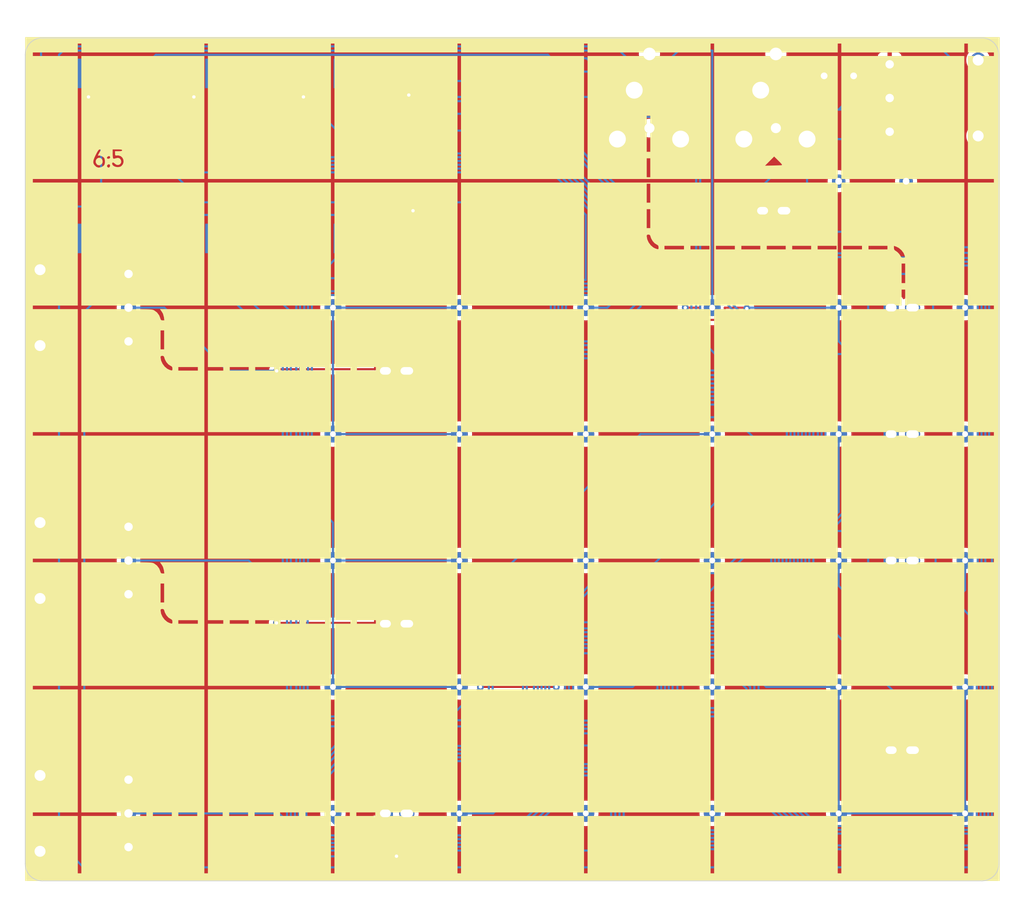
<source format=kicad_pcb>
(kicad_pcb (version 20211014) (generator pcbnew)
  (layers (0 "F.Cu" signal) (31 "B.Cu" signal) (34 "B.Paste" user) (35 "F.Paste" user) (36 "B.SilkS" user "B.Silkscreen") (37 "F.SilkS" user "F.Silkscreen") (38 "B.Mask" user) (39 "F.Mask" user) (44 "Edge.Cuts" user))
  (net 0 "")
  (net 1 "GND")
  (net 2 "Net-(H1-Pad1)")
  (net 3 "Net-(H2-Pad1)")
  (net 4 "Net-(H3-Pad1)")
  (net 5 "Net-(H4-Pad1)")
  (net 6 "Net-(H8-Pad1)")
  (net 7 "Net-(H9-Pad1)")
  (net 8 "Net-(H10-Pad1)")
  (net 9 "Net-(H11-Pad1)")
  (net 10 "Net-(U2-Pad3)")
  (net 11 "Net-(H14-Pad1)")
  (net 12 "Net-(H18-Pad1)")
  (net 13 "Net-(H19-Pad1)")
  (net 14 "Net-(H20-Pad1)")
  (net 15 "Net-(H21-Pad1)")
  (net 16 "Net-(H22-Pad1)")
  (net 17 "Net-(H23-Pad1)")
  (net 18 "Net-(H24-Pad1)")
  (net 19 "Net-(J3-PadT)")
  (net 20 "Net-(LFOLed1-Pad2)")
  (net 21 "Net-(LFOLed2-Pad2)")
  (net 22 "Net-(LFOLed3-Pad2)")
  (net 24 "Net-(Pot1Led1-Pad2)")
  (net 31 "Net-(Pot2Led1-Pad2)")
  (net 32 "Net-(H12-Pad1)")
  (net 33 "+3V3")
  (net 34 "Net-(AudioOutLed1-Pad2)")
  (net 35 "Net-(InVoltLed1-Pad2)")
  (net 36 "Net-(InVoltLed2-Pad2)")
  (net 37 "Net-(R1-Pad2)")
  (footprint "myFootprints:myPad" (layer "F.Cu") (at 134 97)
    (fp_text reference "H22")
    (fp_text value "MountingHole_Pad")
  )
  (footprint "myFootprints:myPad" (layer "F.Cu") (at 59 97)
    (fp_text reference "H15")
    (fp_text value "MountingHole_Pad")
  )
  (footprint "myFootprints:myDiscPot" (layer "F.Cu") (at 34.75 131 180)
    (fp_text reference "U5")
    (fp_text value "MyPotType1")
  )
  (footprint "myFootprints:myDiscPot" (layer "F.Cu") (at 34.75 101 180)
    (fp_text reference "U4")
    (fp_text value "MyPotType1")
  )
  (footprint "myFootprints:myLed" (layer "F.Cu") (at 125.225 67)
    (fp_text reference "InVoltLed1")
    (fp_text value "LED")
  )
  (footprint "myFootprints:myPad" (layer "F.Cu") (at 74 127)
    (fp_text reference "H12")
    (fp_text value "MountingHole_Pad")
  )
  (footprint "myFootprints:myAudioJackFootprint" (layer "F.Cu") (at 96.25 42)
    (fp_text reference "J3")
    (fp_text value "Out Volt")
  )
  (footprint "myFootprints:myPad" (layer "F.Cu") (at 119 82)
    (fp_text reference "H28")
    (fp_text value "MountingHole_Pad")
  )
  (footprint "myFootprints:myPad" (layer "F.Cu") (at 119 97)
    (fp_text reference "H26")
    (fp_text value "MountingHole_Pad")
  )
  (footprint "myFootprints:myPad" (layer "F.Cu") (at 134 127)
    (fp_text reference "H5")
    (fp_text value "MountingHole_Pad")
  )
  (footprint "myFootprints:myPad" (layer "F.Cu") (at 59 67)
    (fp_text reference "H30")
    (fp_text value "MountingHole_Pad")
  )
  (footprint "myFootprints:myPad" (layer "F.Cu") (at 104 127)
    (fp_text reference "H20")
    (fp_text value "MountingHole_Pad")
  )
  (footprint "myFootprints:myPad" (layer "F.Cu") (at 119 112)
    (fp_text reference "H1")
    (fp_text value "MountingHole_Pad" hide)
  )
  (footprint "myFootprints:myAudioJackFootprint" (layer "F.Cu") (at 111.25 42)
    (fp_text reference "J1")
    (fp_text value "Out Audio")
  )
  (footprint "myFootprints:myLed" (layer "F.Cu") (at 65.225 127)
    (fp_text reference "InVoltLed2")
    (fp_text value "LED")
  )
  (footprint "myFootprints:myLed" (layer "F.Cu") (at 109.975 55.5)
    (fp_text reference "AudioOutLed1")
    (fp_text value "LED")
  )
  (footprint "myFootprints:myPad" (layer "F.Cu") (at 134 82)
    (fp_text reference "H21")
    (fp_text value "MountingHole_Pad")
  )
  (footprint "myFootprints:myPad" (layer "F.Cu") (at 74 97)
    (fp_text reference "H14")
    (fp_text value "MountingHole_Pad")
  )
  (footprint "myFootprints:myPad" (layer "F.Cu") (at 134 67)
    (fp_text reference "H27")
    (fp_text value "MountingHole_Pad")
  )
  (footprint "myFootprints:myDiscPot" (layer "F.Cu") (at 34.75 71 180)
    (fp_text reference "U3")
    (fp_text value "MyPotType1")
  )
  (footprint "myFootprints:myPad" (layer "F.Cu") (at 74 82)
    (fp_text reference "H25")
    (fp_text value "MountingHole_Pad")
  )
  (footprint "myFootprints:myPad" (layer "F.Cu") (at 104 67)
    (fp_text reference "H8")
    (fp_text value "MountingHole_Pad")
  )
  (footprint "myFootprints:myLed" (layer "F.Cu") (at 65.225 74.5)
    (fp_text reference "Pot1Led1")
    (fp_text value "LED")
  )
  (footprint "myFootprints:myPad" (layer "F.Cu") (at 89 112)
    (fp_text reference "H11")
    (fp_text value "MountingHole_Pad")
  )
  (footprint "myFootprints:myPad" (layer "F.Cu") (at 89 127)
    (fp_text reference "H19")
    (fp_text value "MountingHole_Pad")
  )
  (footprint "myFootprints:myPad" (layer "F.Cu") (at 59 127)
    (fp_text reference "H13")
    (fp_text value "MountingHole_Pad")
  )
  (footprint "myFootprints:myLed" (layer "F.Cu") (at 125.225 97)
    (fp_text reference "LFOLed2")
    (fp_text value "LED")
  )
  (footprint "myFootprints:myPad" (layer "F.Cu") (at 104 112)
    (fp_text reference "H9")
    (fp_text value "MountingHole_Pad")
  )
  (footprint "myFootprints:myLed" (layer "F.Cu") (at 125.225 119.5)
    (fp_text reference "LFOLed1")
    (fp_text value "LED")
  )
  (footprint "myFootprints:myPad" (layer "F.Cu") (at 89 97)
    (fp_text reference "He")
    (fp_text value "MountingHole_Pad")
  )
  (footprint "myFootprints:myPad" (layer "F.Cu") (at 59 112)
    (fp_text reference "H16")
    (fp_text value "MountingHole_Pad")
  )
  (footprint "myFootprints:myPad" (layer "F.Cu") (at 119 127)
    (fp_text reference "H7")
    (fp_text value "MountingHole_Pad")
  )
  (footprint "myFootprints:myPad" (layer "F.Cu") (at 134 112)
    (fp_text reference "H6")
    (fp_text value "MountingHole_Pad")
  )
  (footprint "myFootprints:myPad" (layer "F.Cu") (at 119 67)
    (fp_text reference "H23")
    (fp_text value "MountingHole_Pad")
  )
  (footprint "myFootprints:myLed" (layer "F.Cu") (at 65.225 104.5)
    (fp_text reference "Pot2Led1")
    (fp_text value "LED")
  )
  (footprint "myFootprints:myDiscPot" (layer "F.Cu") (at 125.05 38.13)
    (fp_text reference "U2")
    (fp_text value "Volume Pot")
  )
  (footprint "myFootprints:myPad" (layer "F.Cu") (at 74 67)
    (fp_text reference "H29")
    (fp_text value "MountingHole_Pad")
  )
  (footprint "myFootprints:myPad" (layer "F.Cu") (at 89 67)
    (fp_text reference "H10")
    (fp_text value "MountingHole_Pad")
  )
  (footprint "myFootprints:myPad" (layer "F.Cu") (at 89 82)
    (fp_text reference "H2")
    (fp_text value "MountingHole_Pad")
  )
  (footprint "myFootprints:myCapacitor" (layer "F.Cu") (at 120.775 39.5 180)
    (fp_text reference "C1")
    (fp_text value "C100pf")
  )
  (footprint "LOGO" (layer "F.Cu") (at 80.3 84.924917)
    (fp_text reference "G***" hide)
    (fp_text value "LOGO" hide)
  )
  (footprint "myFootprints:myResistor" (layer "F.Cu") (at 127 52 180)
    (fp_text reference "R1")
    (fp_text value "R1_8kom")
  )
  (footprint "myFootprints:myPad" (layer "F.Cu") (at 74 112)
    (fp_text reference "H17")
    (fp_text value "MountingHole_Pad")
  )
  (footprint "myFootprints:myPad" (layer "F.Cu") (at 104 97)
    (fp_text reference "H18")
    (fp_text value "MountingHole_Pad")
  )
  (footprint "myFootprints:myPad" (layer "F.Cu") (at 59 82)
    (fp_text reference "H24")
    (fp_text value "MountingHole_Pad")
  )
  (footprint "myFootprints:myLed" (layer "F.Cu") (at 125.225 82)
    (fp_text reference "LFOLed3")
    (fp_text value "LED")
  )
  (footprint "myFootprints:myPad" (layer "F.Cu") (at 104 82)
    (fp_text reference "H4")
    (fp_text value "MountingHole_Pad")
  )
  (footprint "myFootprints:myPico" (layer "B.Cu") (at 48.5 49 -90)
    (fp_text reference "U1")
    (fp_text value "Pico")
  )
  (gr_line (start 136 35) (end 24.5 35) (layer "Edge.Cuts") (width 0.1))
  (gr_arc (start 22.5 37) (mid 23.085786 35.585786) (end 24.5 35) (layer "Edge.Cuts") (width 0.1))
  (gr_arc (start 138 133) (mid 137.414214 134.414214) (end 136 135) (layer "Edge.Cuts") (width 0.1))
  (gr_arc (start 24.5 135) (mid 23.085786 134.414214) (end 22.5 133) (layer "Edge.Cuts") (width 0.1))
  (gr_arc (start 136 35) (mid 137.414214 35.585786) (end 138 37) (layer "Edge.Cuts") (width 0.1))
  (gr_line (start 138 133) (end 138 37) (layer "Edge.Cuts") (width 0.1))
  (gr_line (start 24.5 135) (end 136 135) (layer "Edge.Cuts") (width 0.1))
  (gr_line (start 22.5 37) (end 22.5 133) (layer "Edge.Cuts") (width 0.1))
  (via (at 55.5 42) (size 0.8) (drill 0.4) (layers "F.Cu" "B.Cu") (net 1))
  (via (at 68 41.7755) (size 0.8) (drill 0.4) (layers "F.Cu" "B.Cu") (net 1))
  (via (at 42.5 42) (size 0.8) (drill 0.4) (layers "F.Cu" "B.Cu") (net 1))
  (via (at 68.5 55.5) (size 0.8) (drill 0.4) (layers "F.Cu" "B.Cu") (net 1))
  (via (at 30 42) (size 0.8) (drill 0.4) (layers "F.Cu" "B.Cu") (net 1))
  (segment (start 67.55 41.3255) (end 67.55 40.11) (width 0.25) (layer "B.Cu") (net 1))
  (segment (start 40.5 56) (end 53.5 56) (width 0.25) (layer "B.Cu") (net 1))
  (segment (start 66.5 56) (end 67 56) (width 0.25) (layer "B.Cu") (net 1))
  (segment (start 42.15 41.65) (end 42.15 40.11) (width 0.25) (layer "B.Cu") (net 1))
  (segment (start 55.5 42) (end 54.85 41.35) (width 0.25) (layer "B.Cu") (net 1))
  (segment (start 40.5 56) (end 41.5 56) (width 0.25) (layer "B.Cu") (net 1))
  (segment (start 68 41.7755) (end 67.55 41.3255) (width 0.25) (layer "B.Cu") (net 1))
  (segment (start 67.55 56.55) (end 67.55 57.89) (width 0.25) (layer "B.Cu") (net 1))
  (segment (start 54.85 56.85) (end 54.85 57.89) (width 0.25) (layer "B.Cu") (net 1))
  (segment (start 41.5 56) (end 42.15 56.65) (width 0.25) (layer "B.Cu") (net 1))
  (segment (start 67 56) (end 67.55 56.55) (width 0.25) (layer "B.Cu") (net 1))
  (segment (start 68 56) (end 68.5 55.5) (width 0.25) (layer "B.Cu") (net 1))
  (segment (start 29.45 56.55) (end 30 56) (width 0.25) (layer "B.Cu") (net 1))
  (segment (start 30 56) (end 40.5 56) (width 0.25) (layer "B.Cu") (net 1))
  (segment (start 30 42) (end 30 40.66) (width 0.25) (layer "B.Cu") (net 1))
  (segment (start 30 40.66) (end 29.45 40.11) (width 0.25) (layer "B.Cu") (net 1))
  (segment (start 42.5 42) (end 42.15 41.65) (width 0.25) (layer "B.Cu") (net 1))
  (segment (start 53.5 56) (end 66.5 56) (width 0.25) (layer "B.Cu") (net 1))
  (segment (start 53.5 56) (end 54 56) (width 0.25) (layer "B.Cu") (net 1))
  (segment (start 54.85 41.35) (end 54.85 40.11) (width 0.25) (layer "B.Cu") (net 1))
  (segment (start 29.45 57.89) (end 29.45 56.55) (width 0.25) (layer "B.Cu") (net 1))
  (segment (start 42.15 56.65) (end 42.15 57.89) (width 0.25) (layer "B.Cu") (net 1))
  (segment (start 66.5 56) (end 68 56) (width 0.25) (layer "B.Cu") (net 1))
  (segment (start 54 56) (end 54.85 56.85) (width 0.25) (layer "B.Cu") (net 1))
  (segment (start 85.5 112) (end 76.5 112) (width 0.25) (layer "F.Cu") (net 2))
  (via (at 85.5 112) (size 0.8) (drill 0.4) (layers "F.Cu" "B.Cu") (net 2))
  (via (at 76.5 112) (size 0.8) (drill 0.4) (layers "F.Cu" "B.Cu") (net 2))
  (segment (start 98.845406 110.245406) (end 102.090812 107) (width 0.25) (layer "B.Cu") (net 2))
  (segment (start 76.5 112) (end 73 115.5) (width 0.25) (layer "B.Cu") (net 2))
  (segment (start 105.409188 107) (end 110.409188 112) (width 0.25) (layer "B.Cu") (net 2))
  (segment (start 65.01 64.49) (end 64.45 65.05) (width 0.25) (layer "B.Cu") (net 2))
  (segment (start 85.5 112) (end 85.5 115.909188) (width 0.25) (layer "B.Cu") (net 2))
  (segment (start 98.845406 114.654594) (end 98.845406 110.245406) (width 0.25) (layer "B.Cu") (net 2))
  (segment (start 134 127) (end 134 112) (width 0.25) (layer "B.Cu") (net 2))
  (segment (start 56.05 66.166978) (end 57.166978 65.05) (width 0.25) (layer "B.Cu") (net 2))
  (segment (start 102.090812 107) (end 105.409188 107) (width 0.25) (layer "B.Cu") (net 2))
  (segment (start 56 101) (end 56.05 100.95) (width 0.25) (layer "B.Cu") (net 2))
  (segment (start 87.090812 117.5) (end 96 117.5) (width 0.25) (layer "B.Cu") (net 2))
  (segment (start 110.409188 112) (end 119 112) (width 0.25) (layer "B.Cu") (net 2))
  (segment (start 56.05 100.95) (end 56.05 66.166978) (width 0.25) (layer "B.Cu") (net 2))
  (segment (start 73 115.5) (end 57 115.5) (width 0.25) (layer "B.Cu") (net 2))
  (segment (start 65.01 57.89) (end 65.01 64.49) (width 0.25) (layer "B.Cu") (net 2))
  (segment (start 134 127) (end 119 127) (width 0.25) (layer "B.Cu") (net 2))
  (segment (start 57.166978 65.05) (end 64.45 65.05) (width 0.25) (layer "B.Cu") (net 2))
  (segment (start 119 127) (end 119 112) (width 0.25) (layer "B.Cu") (net 2))
  (segment (start 96 117.5) (end 98.845406 114.654594) (width 0.25) (layer "B.Cu") (net 2))
  (segment (start 56 114.5) (end 56 101) (width 0.25) (layer "B.Cu") (net 2))
  (segment (start 85.5 115.909188) (end 87.090812 117.5) (width 0.25) (layer "B.Cu") (net 2))
  (segment (start 57 115.5) (end 56 114.5) (width 0.25) (layer "B.Cu") (net 2))
  (segment (start 54.65 115.436396) (end 58.720406 119.506802) (width 0.25) (layer "B.Cu") (net 3))
  (segment (start 96.45 98.05) (end 110.5 84) (width 0.25) (layer "B.Cu") (net 3))
  (segment (start 78.047792 119) (end 81.55 115.497792) (width 0.25) (layer "B.Cu") (net 3))
  (segment (start 54.65 63.35) (end 57.39 60.61) (width 0.25) (layer "B.Cu") (net 3))
  (segment (start 57.39 60.61) (end 57.39 57.89) (width 0.25) (layer "B.Cu") (net 3))
  (segment (start 106.5 80) (end 91 80) (width 0.25) (layer "B.Cu") (net 3))
  (segment (start 59.227208 119) (end 78.047792 119) (width 0.25) (layer "B.Cu") (net 3))
  (segment (start 58.720406 119.506802) (end 59.227208 119) (width 0.25) (layer "B.Cu") (net 3))
  (segment (start 54.65 64.85) (end 54.65 63.35) (width 0.25) (layer "B.Cu") (net 3))
  (segment (start 81.55 115.497792) (end 81.55 107.813604) (width 0.25) (layer "B.Cu") (net 3))
  (segment (start 54.65 67.15) (end 54.65 64.85) (width 0.25) (layer "B.Cu") (net 3))
  (segment (start 110.5 84) (end 106.5 80) (width 0.25) (layer "B.Cu") (net 3))
  (segment (start 81.55 107.813604) (end 91.313604 98.05) (width 0.25) (layer "B.Cu") (net 3))
  (segment (start 91 80) (end 89 82) (width 0.25) (layer "B.Cu") (net 3))
  (segment (start 54.65 67.15) (end 54.65 115.436396) (width 0.25) (layer "B.Cu") (net 3))
  (segment (start 91.313604 98.05) (end 96.45 98.05) (width 0.25) (layer "B.Cu") (net 3))
  (segment (start 89 97) (end 77.95 108.05) (width 0.25) (layer "B.Cu") (net 4))
  (segment (start 77.95 108.05) (end 77.95 114.288299) (width 0.25) (layer "B.Cu") (net 4))
  (segment (start 55.1 65.4) (end 59.93 60.57) (width 0.25) (layer "B.Cu") (net 4))
  (segment (start 77.986701 116.675) (end 56.525 116.675) (width 0.25) (layer "B.Cu") (net 4))
  (segment (start 56.525 116.675) (end 55.1 115.25) (width 0.25) (layer "B.Cu") (net 4))
  (segment (start 55.1 115.25) (end 55.1 65.4) (width 0.25) (layer "B.Cu") (net 4))
  (segment (start 78.675 115.986701) (end 77.986701 116.675) (width 0.25) (layer "B.Cu") (net 4))
  (segment (start 77.95 114.288299) (end 78.675 115.013299) (width 0.25) (layer "B.Cu") (net 4))
  (segment (start 59.93 60.57) (end 59.93 57.89) (width 0.25) (layer "B.Cu") (net 4))
  (segment (start 78.675 115.013299) (end 78.675 115.986701) (width 0.25) (layer "B.Cu") (net 4))
  (segment (start 77.800305 116.225) (end 78.225 115.800305) (width 0.25) (layer "B.Cu") (net 5))
  (segment (start 55.55 83.05) (end 55.55 115.063604) (width 0.25) (layer "B.Cu") (net 5))
  (segment (start 62.47 62.53) (end 61.5 63.5) (width 0.25) (layer "B.Cu") (net 5))
  (segment (start 56.436396 115.95) (end 76.924695 115.95) (width 0.25) (layer "B.Cu") (net 5))
  (segment (start 77.5 100) (end 95.5 82) (width 0.25) (layer "B.Cu") (net 5))
  (segment (start 61.5 63.5) (end 58.080582 63.5) (width 0.25) (layer "B.Cu") (net 5))
  (segment (start 77.5 114.474695) (end 77.5 100) (width 0.25) (layer "B.Cu") (net 5))
  (segment (start 78.225 115.199695) (end 77.5 114.474695) (width 0.25) (layer "B.Cu") (net 5))
  (segment (start 77.199695 116.225) (end 77.800305 116.225) (width 0.25) (layer "B.Cu") (net 5))
  (segment (start 78.225 115.800305) (end 78.225 115.199695) (width 0.25) (layer "B.Cu") (net 5))
  (segment (start 76.924695 115.95) (end 77.199695 116.225) (width 0.25) (layer "B.Cu") (net 5))
  (segment (start 62.47 57.89) (end 62.47 62.53) (width 0.25) (layer "B.Cu") (net 5))
  (segment (start 55.6 83) (end 55.55 83.05) (width 0.25) (layer "B.Cu") (net 5))
  (segment (start 95.5 82) (end 104 82) (width 0.25) (layer "B.Cu") (net 5))
  (segment (start 55.6 65.980582) (end 55.6 83) (width 0.25) (layer "B.Cu") (net 5))
  (segment (start 56.980582 64.6) (end 55.6 65.980582) (width 0.25) (layer "B.Cu") (net 5))
  (segment (start 55.55 115.063604) (end 56.436396 115.95) (width 0.25) (layer "B.Cu") (net 5))
  (segment (start 58.080582 63.5) (end 56.716978 64.863604) (width 0.25) (layer "B.Cu") (net 5))
  (segment (start 26.5 39.7) (end 26.91 40.11) (width 0.25) (layer "B.Cu") (net 6))
  (segment (start 98.474999 38.025001) (end 94.525001 38.025001) (width 0.25) (layer "B.Cu") (net 6))
  (segment (start 104 36.5) (end 100 36.5) (width 0.25) (layer "B.Cu") (net 6))
  (segment (start 93 36.5) (end 27 36.5) (width 0.25) (layer "B.Cu") (net 6))
  (segment (start 104 67) (end 104 36.5) (width 0.25) (layer "B.Cu") (net 6))
  (segment (start 94.525001 38.025001) (end 93 36.5) (width 0.25) (layer "B.Cu") (net 6))
  (segment (start 100 36.5) (end 98.474999 38.025001) (width 0.25) (layer "B.Cu") (net 6))
  (segment (start 27 36.5) (end 26.5 37) (width 0.25) (layer "B.Cu") (net 6))
  (segment (start 26.5 37) (end 26.5 39.7) (width 0.25) (layer "B.Cu") (net 6))
  (segment (start 39.5 40.22) (end 39.5 47) (width 0.25) (layer "B.Cu") (net 7))
  (segment (start 86.090812 64.15) (end 85.3 64.940812) (width 0.25) (layer "B.Cu") (net 7))
  (segment (start 92.95 77.95) (end 113.25 77.95) (width 0.25) (layer "B.Cu") (net 7))
  (segment (start 85.3 70.072792) (end 87.727208 72.5) (width 0.25) (layer "B.Cu") (net 7))
  (segment (start 106.681802 110.818198) (end 105.181802 110.818198) (width 0.25) (layer "B.Cu") (net 7))
  (segment (start 85.5 122.5) (end 92 122.5) (width 0.25) (layer "B.Cu") (net 7))
  (segment (start 114 127.772792) (end 108.05 121.822792) (width 0.25) (layer "B.Cu") (net 7))
  (segment (start 91.320406 64.68401) (end 90.786396 64.15) (width 0.25) (layer "B.Cu") (net 7))
  (segment (start 80.54 130.96) (end 85.5 126) (width 0.25) (layer "B.Cu") (net 7))
  (segment (start 55.027208 131.086396) (end 55.772792 131.086396) (width 0.25) (layer "B.Cu") (net 7))
  (segment (start 65.998299 130.96) (end 66.053299 130.905) (width 0.25) (layer "B.Cu") (net 7))
  (segment (start 90.786396 64.15) (end 86.090812 64.15) (width 0.25) (layer "B.Cu") (net 7))
  (segment (start 89.55 55.55) (end 89.55 60.686396) (width 0.25) (layer "B.Cu") (net 7))
  (segment (start 89.863604 100.5) (end 89.5 100.5) (width 0.25) (layer "B.Cu") (net 7))
  (segment (start 43.45 50.95) (end 84.95 50.95) (width 0.25) (layer "B.Cu") (net 7))
  (segment (start 113.3 90.2) (end 105 98.5) (width 0.25) (layer "B.Cu") (net 7))
  (segment (start 92.4 77.4) (end 92.95 77.95) (width 0.25) (layer "B.Cu") (net 7))
  (segment (start 113.3 78) (end 113.3 90.2) (width 0.25) (layer "B.Cu") (net 7))
  (segment (start 39.5 47) (end 43.45 50.95) (width 0.25) (layer "B.Cu") (net 7))
  (segment (start 89.5 100.5) (end 82 108) (width 0.25) (layer "B.Cu") (net 7))
  (segment (start 108.05 112.186396) (end 106.681802 110.818198) (width 0.25) (layer "B.Cu") (net 7))
  (segment (start 85.3 64.940812) (end 85.3 70.072792) (width 0.25) (layer "B.Cu") (net 7))
  (segment (start 92 122.5) (end 92 129.363604) (width 0.25) (layer "B.Cu") (net 7))
  (segment (start 108.05 121.822792) (end 108.05 112.186396) (width 0.25) (layer "B.Cu") (net 7))
  (segment (start 39.61 40.11) (end 39.5 40.22) (width 0.25) (layer "B.Cu") (net 7))
  (segment (start 67.081701 130.96) (end 80.54 130.96) (width 0.25) (layer "B.Cu") (net 7))
  (segment (start 87.727208 72.5) (end 92.4 72.5) (width 0.25) (layer "B.Cu") (net 7))
  (segment (start 114 129.822792) (end 114 127.772792) (width 0.25) (layer "B.Cu") (net 7))
  (segment (start 85.5 126) (end 85.5 122.5) (width 0.25) (layer "B.Cu") (net 7))
  (segment (start 92.431802 63.572614) (end 91.320406 64.68401) (width 0.25) (layer "B.Cu") (net 7))
  (segment (start 91.863604 98.5) (end 89.863604 100.5) (width 0.25) (layer "B.Cu") (net 7))
  (segment (start 82 115.684188) (end 78.234188 119.45) (width 0.25) (layer "B.Cu") (net 7))
  (segment (start 67.026701 130.905) (end 67.081701 130.96) (width 0.25) (layer "B.Cu") (net 7))
  (segment (start 55.899188 130.96) (end 65.998299 130.96) (width 0.25) (layer "B.Cu") (net 7))
  (segment (start 84.95 50.95) (end 89.55 55.55) (width 0.25) (layer "B.Cu") (net 7))
  (segment (start 105.181802 110.818198) (end 104 112) (width 0.25) (layer "B.Cu") (net 7))
  (segment (start 82 108) (end 82 115.684188) (width 0.25) (layer "B.Cu") (net 7))
  (segment (start 66.053299 130.905) (end 67.026701 130.905) (width 0.25) (layer "B.Cu") (net 7))
  (segment (start 54.5 130.559188) (end 55.027208 131.086396) (width 0.25) (layer "B.Cu") (net 7))
  (segment (start 54.5 124.363604) (end 54.5 130.559188) (width 0.25) (layer "B.Cu") (net 7))
  (segment (start 55.772792 131.086396) (end 55.899188 130.96) (width 0.25) (layer "B.Cu") (net 7))
  (segment (start 105 98.5) (end 91.863604 98.5) (width 0.25) (layer "B.Cu") (net 7))
  (segment (start 113.472792 130.35) (end 114 129.822792) (width 0.25) (layer "B.Cu") (net 7))
  (segment (start 92.431802 63.568198) (end 92.431802 63.572614) (width 0.25) (layer "B.Cu") (net 7))
  (segment (start 89.55 60.686396) (end 92.431802 63.568198) (width 0.25) (layer "B.Cu") (net 7))
  (segment (start 92 129.363604) (end 92.986396 130.35) (width 0.25) (layer "B.Cu") (net 7))
  (segment (start 59.413604 119.45) (end 54.5 124.363604) (width 0.25) (layer "B.Cu") (net 7))
  (segment (start 113.25 77.95) (end 113.3 78) (width 0.25) (layer "B.Cu") (net 7))
  (segment (start 92.4 72.5) (end 92.4 77.4) (width 0.25) (layer "B.Cu") (net 7))
  (segment (start 78.234188 119.45) (end 59.413604 119.45) (width 0.25) (layer "B.Cu") (net 7))
  (segment (start 92.986396 130.35) (end 113.472792 130.35) (width 0.25) (layer "B.Cu") (net 7))
  (segment (start 52.31 40.11) (end 52.31 43.81) (width 0.25) (layer "B.Cu") (net 8))
  (segment (start 94.55 64) (end 91.55 67) (width 0.25) (layer "B.Cu") (net 8))
  (segment (start 52.31 43.81) (end 57.65 49.15) (width 0.25) (layer "B.Cu") (net 8))
  (segment (start 94.55 62.959188) (end 94.55 64) (width 0.25) (layer "B.Cu") (net 8))
  (segment (start 85.695584 49.15) (end 91.35 54.804416) (width 0.25) (layer "B.Cu") (net 8))
  (segment (start 91.35 54.804416) (end 91.35 59.759188) (width 0.25) (layer "B.Cu") (net 8))
  (segment (start 91.55 67) (end 89 67) (width 0.25) (layer "B.Cu") (net 8))
  (segment (start 57.65 49.15) (end 85.695584 49.15) (width 0.25) (layer "B.Cu") (net 8))
  (segment (start 91.35 59.759188) (end 94.55 62.959188) (width 0.25) (layer "B.Cu") (net 8))
  (segment (start 135.968198 59.831802) (end 137.64 61.503604) (width 0.25) (layer "B.Cu") (net 9))
  (segment (start 89 112) (end 94.545228 112) (width 0.25) (layer "B.Cu") (net 9))
  (segment (start 122.4 61) (end 122.45 61.05) (width 0.25) (layer "B.Cu") (net 9))
  (segment (start 104.45 65.27) (end 104.45 62.15) (width 0.25) (layer "B.Cu") (net 9))
  (segment (start 31.5 54.5) (end 31.5 40.6) (width 0.25) (layer "B.Cu") (net 9))
  (segment (start 122.45 61.05) (end 130.6 61.05) (width 0.25) (layer "B.Cu") (net 9))
  (segment (start 112.68 73.5) (end 104.45 65.27) (width 0.25) (layer "B.Cu") (net 9))
  (segment (start 137.64 61.503604) (end 137.64 133.397972) (width 0.25) (layer "B.Cu") (net 9))
  (segment (start 23 56.5) (end 24.5 55) (width 0.25) (layer "B.Cu") (net 9))
  (segment (start 104.45 62.15) (end 106.05 60.55) (width 0.25) (layer "B.Cu") (net 9))
  (segment (start 114.15 95.440812) (end 117.431802 92.15901) (width 0.25) (layer "B.Cu") (net 9))
  (segment (start 23 60.5) (end 23 56.5) (width 0.25) (layer "B.Cu") (net 9))
  (segment (start 117.431802 92.15901) (end 117.431802 74.068198) (width 0.25) (layer "B.Cu") (net 9))
  (segment (start 130.6 61.05) (end 131.818198 59.831802) (width 0.25) (layer "B.Cu") (net 9))
  (segment (start 120.7 60.55) (end 121.2 61.05) (width 0.25) (layer "B.Cu") (net 9))
  (segment (start 121.2 61.05) (end 122.35 61.05) (width 0.25) (layer "B.Cu") (net 9))
  (segment (start 116.863604 73.5) (end 112.68 73.5) (width 0.25) (layer "B.Cu") (net 9))
  (segment (start 29.397972 133.397972) (end 26.5 130.5) (width 0.25) (layer "B.Cu") (net 9))
  (segment (start 114.15 105.2) (end 114.15 95.440812) (width 0.25) (layer "B.Cu") (net 9))
  (segment (start 26.5 130.5) (end 26.5 62) (width 0.25) (layer "B.Cu") (net 9))
  (segment (start 122.35 61.05) (end 122.4 61) (width 0.25) (layer "B.Cu") (net 9))
  (segment (start 101.345228 105.2) (end 114.15 105.2) (width 0.25) (layer "B.Cu") (net 9))
  (segment (start 31 55) (end 31.5 54.5) (width 0.25) (layer "B.Cu") (net 9))
  (segment (start 117.431802 74.068198) (end 116.863604 73.5) (width 0.25) (layer "B.Cu") (net 9))
  (segment (start 137.64 133.397972) (end 29.397972 133.397972) (width 0.25) (layer "B.Cu") (net 9))
  (segment (start 131.818198 59.831802) (end 135.968198 59.831802) (width 0.25) (layer "B.Cu") (net 9))
  (segment (start 106.05 60.55) (end 120.7 60.55) (width 0.25) (layer "B.Cu") (net 9))
  (segment (start 25.5 61) (end 23.5 61) (width 0.25) (layer "B.Cu") (net 9))
  (segment (start 31.5 40.6) (end 31.99 40.11) (width 0.25) (layer "B.Cu") (net 9))
  (segment (start 26.5 62) (end 25.5 61) (width 0.25) (layer "B.Cu") (net 9))
  (segment (start 24.5 55) (end 31 55) (width 0.25) (layer "B.Cu") (net 9))
  (segment (start 23.5 61) (end 23 60.5) (width 0.25) (layer "B.Cu") (net 9))
  (segment (start 94.545228 112) (end 101.345228 105.2) (width 0.25) (layer "B.Cu") (net 9))
  (segment (start 107.5 58) (end 126 58) (width 0.25) (layer "B.Cu") (net 10))
  (segment (start 120.775 41.725) (end 120.775 39.5) (width 0.25) (layer "B.Cu") (net 10))
  (segment (start 120.5 43.5) (end 124 40) (width 0.25) (layer "B.Cu") (net 10))
  (segment (start 126.37 46.13) (end 125.05 46.13) (width 0.25) (layer "B.Cu") (net 10))
  (segment (start 128.5 44) (end 126.37 46.13) (width 0.25) (layer "B.Cu") (net 10))
  (segment (start 107.5 52.5) (end 106.5 53.5) (width 0.25) (layer "B.Cu") (net 10))
  (segment (start 119 43.5) (end 120.5 43.5) (width 0.25) (layer "B.Cu") (net 10))
  (segment (start 112.5 50) (end 110 52.5) (width 0.25) (layer "B.Cu") (net 10))
  (segment (start 110 52.5) (end 107.5 52.5) (width 0.25) (layer "B.Cu") (net 10))
  (segment (start 106.5 53.5) (end 106.5 57) (width 0.25) (layer "B.Cu") (net 10))
  (segment (start 112.5 46.3) (end 112.5 50) (width 0.25) (layer "B.Cu") (net 10))
  (segment (start 119 43.5) (end 115.3 43.5) (width 0.25) (layer "B.Cu") (net 10))
  (segment (start 120.775 41.725) (end 119 43.5) (width 0.25) (layer "B.Cu") (net 10))
  (segment (start 115.3 43.5) (end 112.5 46.3) (width 0.25) (layer "B.Cu") (net 10))
  (segment (start 127 57) (end 127 52) (width 0.25) (layer "B.Cu") (net 10))
  (segment (start 124 40) (end 128.5 40) (width 0.25) (layer "B.Cu") (net 10))
  (segment (start 126 58) (end 127 57) (width 0.25) (layer "B.Cu") (net 10))
  (segment (start 106.5 57) (end 107.5 58) (width 0.25) (layer "B.Cu") (net 10))
  (segment (start 128.5 40) (end 128.5 44) (width 0.25) (layer "B.Cu") (net 10))
  (segment (start 59 92.5) (end 56.5 90) (width 0.25) (layer "B.Cu") (net 11))
  (segment (start 59 97) (end 59 92.5) (width 0.25) (layer "B.Cu") (net 11))
  (segment (start 70.09 62.91) (end 67 66) (width 0.25) (layer "B.Cu") (net 11))
  (segment (start 59 97) (end 74 97) (width 0.25) (layer "B.Cu") (net 11))
  (segment (start 59 112) (end 74 112) (width 0.25) (layer "B.Cu") (net 11))
  (segment (start 62 66) (end 67 66) (width 0.25) (layer "B.Cu") (net 11))
  (segment (start 56.5 90) (end 56.5 66.353374) (width 0.25) (layer "B.Cu") (net 11))
  (segment (start 70.09 57.89) (end 70.09 62.91) (width 0.25) (layer "B.Cu") (net 11))
  (segment (start 57.353374 65.5) (end 61.5 65.5) (width 0.25) (layer "B.Cu") (net 11))
  (segment (start 56.5 66.353374) (end 57.353374 65.5) (width 0.25) (layer "B.Cu") (net 11))
  (segment (start 59 112) (end 59 97) (width 0.25) (layer "B.Cu") (net 11))
  (segment (start 61.5 65.5) (end 62 66) (width 0.25) (layer "B.Cu") (net 11))
  (segment (start 84.85 64.754416) (end 84.85 70.35) (width 0.25) (layer "B.Cu") (net 12))
  (segment (start 84.85 70.35) (end 87.5 73) (width 0.25) (layer "B.Cu") (net 12))
  (segment (start 112.85 88.15) (end 104 97) (width 0.25) (layer "B.Cu") (net 12))
  (segment (start 85.904416 63.7) (end 84.85 64.754416) (width 0.25) (layer "B.Cu") (net 12))
  (segment (start 87.5 54.5) (end 89 56) (width 0.25) (layer "B.Cu") (net 12))
  (segment (start 91.95 73) (end 91.95 77.586396) (width 0.25) (layer "B.Cu") (net 12))
  (segment (start 112.85 78.85) (end 112.85 88.15) (width 0.25) (layer "B.Cu") (net 12))
  (segment (start 89 63.7) (end 85.904416 63.7) (width 0.25) (layer "B.Cu") (net 12))
  (segment (start 34.53 45.53) (end 43.5 54.5) (width 0.25) (layer "B.Cu") (net 12))
  (segment (start 34.53 40.11) (end 34.53 45.53) (width 0.25) (layer "B.Cu") (net 12))
  (segment (start 112.5 78.5) (end 112.85 78.85) (width 0.25) (layer "B.Cu") (net 12))
  (segment (start 43.5 54.5) (end 87.5 54.5) (width 0.25) (layer "B.Cu") (net 12))
  (segment (start 87.5 73) (end 91.95 73) (width 0.25) (layer "B.Cu") (net 12))
  (segment (start 89 56) (end 89 63.7) (width 0.25) (layer "B.Cu") (net 12))
  (segment (start 92.863604 78.5) (end 112.5 78.5) (width 0.25) (layer "B.Cu") (net 12))
  (segment (start 91.95 77.586396) (end 92.863604 78.5) (width 0.25) (layer "B.Cu") (net 12))
  (segment (start 86.463604 65.05) (end 86.2 65.313604) (width 0.25) (layer "B.Cu") (net 13))
  (segment (start 47.23 40.11) (end 47.23 45.73) (width 0.25) (layer "B.Cu") (net 13))
  (segment (start 65.625507 130.06) (end 65.680507 130.005) (width 0.25) (layer "B.Cu") (net 13))
  (segment (start 116.45 128.95) (end 135.261396 128.95) (width 0.25) (layer "B.Cu") (net 13))
  (segment (start 84.5 122.227208) (end 85.127208 121.6) (width 0.25) (layer "B.Cu") (net 13))
  (segment (start 135.5 104.236396) (end 135.5 62) (width 0.25) (layer "B.Cu") (net 13))
  (segment (start 114.2 90.813604) (end 114.186396 90.813604) (width 0.25) (layer "B.Cu") (net 13))
  (segment (start 87.631624 105.05) (end 83.3 109.381624) (width 0.25) (layer "B.Cu") (net 13))
  (segment (start 113.1 129.45) (end 113.1 128.145584) (width 0.25) (layer "B.Cu") (net 13))
  (segment (start 135.211396 130.8) (end 92.8 130.8) (width 0.25) (layer "B.Cu") (net 13))
  (segment (start 129.5 70.5) (end 122.5 70.5) (width 0.25) (layer "B.Cu") (net 13))
  (segment (start 67.454493 130.06) (end 80.04 130.06) (width 0.25) (layer "B.Cu") (net 13))
  (segment (start 55.4 130.186396) (end 55.526396 130.06) (width 0.25) (layer "B.Cu") (net 13))
  (segment (start 130.200698 69.799302) (end 129.5 70.5) (width 0.25) (layer "B.Cu") (net 13))
  (segment (start 93.45 129.45) (end 113.1 129.45) (width 0.25) (layer "B.Cu") (net 13))
  (segment (start 100.040456 102.05) (end 94.740456 107.35) (width 0.25) (layer "B.Cu") (net 13))
  (segment (start 91.86802 105.05) (end 87.631624 105.05) (width 0.25) (layer "B.Cu") (net 13))
  (segment (start 85.127208 121.6) (end 92.372792 121.6) (width 0.25) (layer "B.Cu") (net 13))
  (segment (start 114.186396 90.813604) (end 111 94) (width 0.25) (layer "B.Cu") (net 13))
  (segment (start 99.863604 114.863604) (end 99.863604 110.5) (width 0.25) (layer "B.Cu") (net 13))
  (segment (start 93 122.227208) (end 93 129) (width 0.25) (layer "B.Cu") (net 13))
  (segment (start 130.200698 65.200698) (end 130.200698 69.799302) (width 0.25) (layer "B.Cu") (net 13))
  (segment (start 90.186396 65.05) (end 86.463604 65.05) (width 0.25) (layer "B.Cu") (net 13))
  (segment (start 65.680507 130.005) (end 67.399493 130.005) (width 0.25) (layer "B.Cu") (net 13))
  (segment (start 93.65 63.33198) (end 93.65 63.627208) (width 0.25) (layer "B.Cu") (net 13))
  (segment (start 99.863604 110.5) (end 102.313604 108.05) (width 0.25) (layer "B.Cu") (net 13))
  (segment (start 123.5 62.5) (end 124 62.5) (width 0.25) (layer "B.Cu") (net 13))
  (segment (start 135.261396 128.95) (end 135.84 128.371396) (width 0.25) (layer "B.Cu") (net 13))
  (segment (start 83.3 117.872792) (end 80.822792 120.35) (width 0.25) (layer "B.Cu") (net 13))
  (segment (start 114.2 77) (end 114.2 90.813604) (width 0.25) (layer "B.Cu") (net 13))
  (segment (start 86.2 65.313604) (end 86.2 69.7) (width 0.25) (layer "B.Cu") (net 13))
  (segment (start 93.3 71.5) (end 93.3 76.8) (width 0.25) (layer "B.Cu") (net 13))
  (segment (start 93 129) (end 93.45 129.45) (width 0.25) (layer "B.Cu") (net 13))
  (segment (start 136.4 103.863604) (end 136.74 104.203604) (width 0.25) (layer "B.Cu") (net 13))
  (segment (start 107 115) (end 100 115) (width 0.25) (layer "B.Cu") (net 13))
  (segment (start 136.74 104.203604) (end 136.74 129.271396) (width 0.25) (layer "B.Cu") (net 13))
  (segment (start 80.04 130.06) (end 84.5 125.6) (width 0.25) (layer "B.Cu") (net 13))
  (segment (start 93.5 77) (end 114.2 77) (width 0.25) (layer "B.Cu") (net 13))
  (segment (start 100 115) (end 99.863604 114.863604) (width 0.25) (layer "B.Cu") (net 13))
  (segment (start 91.206802 66.070406) (end 90.186396 65.05) (width 0.25) (layer "B.Cu") (net 13))
  (segment (start 111 94) (end 111 102.05) (width 0.25) (layer "B.Cu") (net 13))
  (segment (start 80.822792 120.35) (end 60.013604 120.35) (width 0.25) (layer "B.Cu") (net 13))
  (segment (start 109 111.863604) (end 109 121.5) (width 0.25) (layer "B.Cu") (net 13))
  (segment (start 122.5 70.5) (end 122.5 63.5) (width 0.25) (layer "B.Cu") (net 13))
  (segment (start 124.5 63) (end 131 63) (width 0.25) (layer "B.Cu") (net 13))
  (segment (start 85.322792 50.05) (end 90.45 55.177208) (width 0.25) (layer "B.Cu") (net 13))
  (segment (start 102.313604 108.05) (end 105.186396 108.05) (width 0.25) (layer "B.Cu") (net 13))
  (segment (start 135.84 104.576396) (end 135.5 104.236396) (width 0.25) (layer "B.Cu") (net 13))
  (segment (start 105.186396 108.05) (end 109 111.863604) (width 0.25) (layer "B.Cu") (net 13))
  (segment (start 94.740456 107.35) (end 94.16802 107.35) (width 0.25) (layer "B.Cu") (net 13))
  (segment (start 124 62.5) (end 124.5 63) (width 0.25) (layer "B.Cu") (net 13))
  (segment (start 131 63) (end 132.9 61.1) (width 0.25) (layer "B.Cu") (net 13))
  (segment (start 55.526396 130.06) (end 65.625507 130.06) (width 0.25) (layer "B.Cu") (net 13))
  (segment (start 136.74 129.271396) (end 135.211396 130.8) (width 0.25) (layer "B.Cu") (net 13))
  (segment (start 109 121.5) (end 116.45 128.95) (width 0.25) (layer "B.Cu") (net 13))
  (segment (start 47.23 45.73) (end 51.55 50.05) (width 0.25) (layer "B.Cu") (net 13))
  (segment (start 94.16802 107.35) (end 91.86802 105.05) (width 0.25) (layer "B.Cu") (net 13))
  (segment (start 90.45 60.13198) (end 93.65 63.33198) (width 0.25) (layer "B.Cu") (net 13))
  (segment (start 67.399493 130.005) (end 67.454493 130.06) (width 0.25) (layer "B.Cu") (net 13))
  (segment (start 136.4 61.627208) (end 136.4 103.863604) (width 0.25) (layer "B.Cu") (net 13))
  (segment (start 107 122.045584) (end 107 115) (width 0.25) (layer "B.Cu") (net 13))
  (segment (start 93.25 71.45) (end 93.3 71.5) (width 0.25) (layer "B.Cu") (net 13))
  (segment (start 92.8 130.8) (end 89 127) (width 0.25) (layer "B.Cu") (net 13))
  (segment (start 133.401396 62) (end 130.200698 65.200698) (width 0.25) (layer "B.Cu") (net 13))
  (segment (start 90.45 55.177208) (end 90.45 60.13198) (width 0.25) (layer "B.Cu") (net 13))
  (segment (start 55.463604 124.9) (end 55.4 124.9) (width 0.25) (layer "B.Cu") (net 13))
  (segment (start 93.65 63.627208) (end 91.206802 66.070406) (width 0.25) (layer "B.Cu") (net 13))
  (segment (start 92.372792 121.6) (end 93 122.227208) (width 0.25) (layer "B.Cu") (net 13))
  (segment (start 132.9 61.1) (end 135.872792 61.1) (width 0.25) (layer "B.Cu") (net 13))
  (segment (start 86.2 69.7) (end 87.95 71.45) (width 0.25) (layer "B.Cu") (net 13))
  (segment (start 135.84 128.371396) (end 135.84 104.576396) (width 0.25) (layer "B.Cu") (net 13))
  (segment (start 111 102.05) (end 100.040456 102.05) (width 0.25) (layer "B.Cu") (net 13))
  (segment (start 51.55 50.05) (end 85.322792 50.05) (width 0.25) (layer "B.Cu") (net 13))
  (segment (start 135.5 62) (end 133.401396 62) (width 0.25) (layer "B.Cu") (net 13))
  (segment (start 84.5 125.6) (end 84.5 122.227208) (width 0.25) (layer "B.Cu") (net 13))
  (segment (start 55.4 124.9) (end 55.4 130.186396) (width 0.25) (layer "B.Cu") (net 13))
  (segment (start 60.013604 120.35) (end 55.463604 124.9) (width 0.25) (layer "B.Cu") (net 13))
  (segment (start 87.95 71.45) (end 93.25 71.45) (width 0.25) (layer "B.Cu") (net 13))
  (segment (start 83.3 109.381624) (end 83.3 117.872792) (width 0.25) (layer "B.Cu") (net 13))
  (segment (start 93.3 76.8) (end 93.5 77) (width 0.25) (layer "B.Cu") (net 13))
  (segment (start 122.5 63.5) (end 123.5 62.5) (width 0.25) (layer "B.Cu") (net 13))
  (segment (start 113.1 128.145584) (end 107 122.045584) (width 0.25) (layer "B.Cu") (net 13))
  (segment (start 135.872792 61.1) (end 136.4 61.627208) (width 0.25) (layer "B.Cu") (net 13))
  (segment (start 92.25 53.386396) (end 92.25 59.386396) (width 0.25) (layer "B.Cu") (net 14))
  (segment (start 84.95 118.95) (end 95.95 118.95) (width 0.25) (layer "B.Cu") (net 14))
  (segment (start 95.5 62.636396) (end 95.5 66.863604) (width 0.25) (layer "B.Cu") (net 14))
  (segment (start 92.25 59.386396) (end 95.5 62.636396) (width 0.25) (layer "B.Cu") (net 14))
  (segment (start 94.65 67.713604) (end 94.65 75) (width 0.25) (layer "B.Cu") (net 14))
  (segment (start 100.599644 103.4) (end 95.299644 108.7) (width 0.25) (layer "B.Cu") (net 14))
  (segment (start 84.65 118.65) (end 84.95 118.95) (width 0.25) (layer "B.Cu") (net 14))
  (segment (start 95.299644 108.7) (end 93.609188 108.7) (width 0.25) (layer "B.Cu") (net 14))
  (segment (start 95.15 75.5) (end 115.55 75.5) (width 0.25) (layer "B.Cu") (net 14))
  (segment (start 112.35 94.695228) (end 112.35 103.4) (width 0.25) (layer "B.Cu") (net 14))
  (segment (start 94.65 75) (end 95.15 75.5) (width 0.25) (layer "B.Cu") (net 14))
  (segment (start 115.55 91.495228) (end 112.35 94.695228) (width 0.25) (layer "B.Cu") (net 14))
  (segment (start 95.5 66.863604) (end 94.65 67.713604) (width 0.25) (layer "B.Cu") (net 14))
  (segment (start 115.55 75.5) (end 115.55 91.495228) (width 0.25) (layer "B.Cu") (net 14))
  (segment (start 93.609188 108.7) (end 91.372792 106.463604) (width 0.25) (layer "B.Cu") (net 14))
  (segment (start 91.372792 106.463604) (end 88.127208 106.463604) (width 0.25) (layer "B.Cu") (net 14))
  (segment (start 84.863604 46) (end 92.25 53.386396) (width 0.25) (layer "B.Cu") (net 14))
  (segment (start 59.93 40.11) (end 65.82 46) (width 0.25) (layer "B.Cu") (net 14))
  (segment (start 112.35 103.4) (end 100.599644 103.4) (width 0.25) (layer "B.Cu") (net 14))
  (segment (start 88.127208 106.463604) (end 84.65 109.940812) (width 0.25) (layer "B.Cu") (net 14))
  (segment (start 84.65 109.940812) (end 84.65 118.65) (width 0.25) (layer "B.Cu") (net 14))
  (segment (start 65.82 46) (end 84.863604 46) (width 0.25) (layer "B.Cu") (net 14))
  (segment (start 95.95 118.95) (end 104 127) (width 0.25) (layer "B.Cu") (net 14))
  (segment (start 119 91.227208) (end 119 82) (width 0.25) (layer "B.Cu") (net 15))
  (segment (start 38 37) (end 84.5 37) (width 0.25) (layer "B.Cu") (net 15))
  (segment (start 99.636396 38.5) (end 102.57 41.433604) (width 0.25) (layer "B.Cu") (net 15))
  (segment (start 114.6 105.65) (end 114.6 95.627208) (width 0.25) (layer "B.Cu") (net 15))
  (segment (start 87.5 109) (end 87.5 116) (width 0.25) (layer "B.Cu") (net 15))
  (segment (start 93.727208 116) (end 97.495406 112.231802) (width 0.25) (layer "B.Cu") (net 15))
  (segment (start 87.5 116) (end 93.727208 116) (width 0.25) (layer "B.Cu") (net 15))
  (segment (start 89.085 37.415) (end 90.17 38.5) (width 0.25) (layer "B.Cu") (net 15))
  (segment (start 114.6 95.627208) (end 119 91.227208) (width 0.25) (layer "B.Cu") (net 15))
  (segment (start 122 87) (end 129 87) (width 0.25) (layer "B.Cu") (net 15))
  (segment (start 105.84 74) (end 116.5 74) (width 0.25) (layer "B.Cu") (net 15))
  (segment (start 101.158832 104.75) (end 95.858832 110.05) (width 0.25) (layer "B.Cu") (net 15))
  (segment (start 102.57 41.433604) (end 102.57 70.73) (width 0.25) (layer "B.Cu") (net 15))
  (segment (start 88.5 108) (end 87.5 109) (width 0.25) (layer "B.Cu") (net 15))
  (segment (start 90.17 38.5) (end 99.636396 38.5) (width 0.25) (layer "B.Cu") (net 15))
  (segment (start 37.07 40.11) (end 37.07 37.93) (width 0.25) (layer "B.Cu") (net 15))
  (segment (start 116.981802 91.972614) (end 113.7 95.254416) (width 0.25) (layer "B.Cu") (net 15))
  (segment (start 122 85) (end 122 87) (width 0.25) (layer "B.Cu") (net 15))
  (segment (start 97.495406 109.686218) (end 101.531624 105.65) (width 0.25) (layer "B.Cu") (net 15))
  (segment (start 91 108) (end 88.5 108) (width 0.25) (layer "B.Cu") (net 15))
  (segment (start 113.7 95.254416) (end 113.7 104.75) (width 0.25) (layer "B.Cu") (net 15))
  (segment (start 37.07 37.93) (end 38 37) (width 0.25) (layer "B.Cu") (net 15))
  (segment (start 116.5 74) (end 116.981802 74.481802) (width 0.25) (layer "B.Cu") (net 15))
  (segment (start 116.981802 74.481802) (end 116.981802 91.972614) (width 0.25) (layer "B.Cu") (net 15))
  (segment (start 93.05 110.05) (end 91 108) (width 0.25) (layer "B.Cu") (net 15))
  (segment (start 102.57 70.73) (end 105.84 74) (width 0.25) (layer "B.Cu") (net 15))
  (segment (start 84.915 37.415) (end 89.085 37.415) (width 0.25) (layer "B.Cu") (net 15))
  (segment (start 95.858832 110.05) (end 93.05 110.05) (width 0.25) (layer "B.Cu") (net 15))
  (segment (start 129 87) (end 134 82) (width 0.25) (layer "B.Cu") (net 15))
  (segment (start 84.5 37) (end 84.915 37.415) (width 0.25) (layer "B.Cu") (net 15))
  (segment (start 97.495406 112.231802) (end 97.495406 109.686218) (width 0.25) (layer "B.Cu") (net 15))
  (segment (start 101.531624 105.65) (end 114.6 105.65) (width 0.25) (layer "B.Cu") (net 15))
  (segment (start 113.7 104.75) (end 101.158832 104.75) (width 0.25) (layer "B.Cu") (net 15))
  (segment (start 119 82) (end 122 85) (width 0.25) (layer "B.Cu") (net 15))
  (segment (start 134 100.5) (end 134 97) (width 0.25) (layer "B.Cu") (net 16))
  (segment (start 83.75 109.56802) (end 83.75 118.059188) (width 0.25) (layer "B.Cu") (net 16))
  (segment (start 132.75 101.75) (end 134 100.5) (width 0.25) (layer "B.Cu") (net 16))
  (segment (start 93.5 71) (end 93.75 71.25) (width 0.25) (layer "B.Cu") (net 16))
  (segment (start 93.981624 107.8) (end 91.681624 105.5) (width 0.25) (layer "B.Cu") (net 16))
  (segment (start 91.681624 105.5) (end 87.81802 105.5) (width 0.25) (layer "B.Cu") (net 16))
  (segment (start 55.85 128.5) (end 56.96 129.61) (width 0.25) (layer "B.Cu") (net 16))
  (segment (start 106.5 115.5) (end 99.863604 115.5) (width 0.25) (layer "B.Cu") (net 16))
  (segment (start 119 97) (end 119 100) (width 0.25) (layer "B.Cu") (net 16))
  (segment (start 90 65.5) (end 86.65 65.5) (width 0.25) (layer "B.Cu") (net 16))
  (segment (start 102.127208 107.6) (end 105.372792 107.6) (width 0.25) (layer "B.Cu") (net 16))
  (segment (start 114.65 91) (end 111.45 94.2) (width 0.25) (layer "B.Cu") (net 16))
  (segment (start 121.5 102.5) (end 126.5 102.5) (width 0.25) (layer "B.Cu") (net 16))
  (segment (start 126.5 102.5) (end 132 102.5) (width 0.25) (layer "B.Cu") (net 16))
  (segment (start 49.77 46.27) (end 53.1 49.6) (width 0.25) (layer "B.Cu") (net 16))
  (segment (start 60.2 120.8) (end 55.85 125.15) (width 0.25) (layer "B.Cu") (net 16))
  (segment (start 109.5 111.727208) (end 109.5 121.363604) (width 0.25) (layer "B.Cu") (net 16))
  (segment (start 114.65 76.5) (end 114.65 91) (width 0.25) (layer "B.Cu") (net 16))
  (segment (start 135.05 104.422792) (end 135.05 104.05) (width 0.25) (layer "B.Cu") (net 16))
  (segment (start 93.636396 129) (end 112.5 129) (width 0.25) (layer "B.Cu") (net 16))
  (segment (start 135.39 128.11) (end 135.39 104.762792) (width 0.25) (layer "B.Cu") (net 16))
  (segment (start 65.494111 129.555) (end 67.585889 129.555) (width 0.25) (layer "B.Cu") (net 16))
  (segment (start 99.295406 110.431802) (end 102.127208 107.6) (width 0.25) (layer "B.Cu") (net 16))
  (segment (start 85.509188 49.6) (end 90.9 54.990812) (width 0.25) (layer "B.Cu") (net 16))
  (segment (start 100.226852 102.5) (end 94.926852 107.8) (width 0.25) (layer "B.Cu") (net 16))
  (segment (start 116.636396 128.5) (end 135 128.5) (width 0.25) (layer "B.Cu") (net 16))
  (segment (start 55.85 125.15) (end 55.85 128.5) (width 0.25) (layer "B.Cu") (net 16))
  (segment (start 88.5 71) (end 93.5 71) (width 0.25) (layer "B.Cu") (net 16))
  (segment (start 86.65 69.15) (end 88.5 71) (width 0.25) (layer "B.Cu") (net 16))
  (segment (start 111.45 102.5) (end 100.226852 102.5) (width 0.25) (layer "B.Cu") (net 16))
  (segment (start 105.372792 107.6) (end 109.5 111.727208) (width 0.25) (layer "B.Cu") (net 16))
  (segment (start 67.640889 129.61) (end 79.853604 129.61) (width 0.25) (layer "B.Cu") (net 16))
  (segment (start 91.363604 66.55) (end 91.05 66.55) (width 0.25) (layer "B.Cu") (net 16))
  (segment (start 112.5 128.18198) (end 106.5 122.18198) (width 0.25) (layer "B.Cu") (net 16))
  (segment (start 132 102.5) (end 132.75 101.75) (width 0.25) (layer "B.Cu") (net 16))
  (segment (start 84.940812 121.15) (end 92.559188 121.15) (width 0.25) (layer "B.Cu") (net 16))
  (segment (start 84.05 125.413604) (end 84.05 122.040812) (width 0.25) (layer "B.Cu") (net 16))
  (segment (start 91.05 66.55) (end 90 65.5) (width 0.25) (layer "B.Cu") (net 16))
  (segment (start 94.1 63.145584) (end 94.1 63.813604) (width 0.25) (layer "B.Cu") (net 16))
  (segment (start 112.5 129) (end 112.5 128.18198) (width 0.25) (layer "B.Cu") (net 16))
  (segment (start 90.9 59.945584) (end 94.1 63.145584) (width 0.25) (layer "B.Cu") (net 16))
  (segment (start 81.009188 120.8) (end 60.2 120.8) (width 0.25) (layer "B.Cu") (net 16))
  (segment (start 99.863604 115.5) (end 99.295406 114.931802) (width 0.25) (layer "B.Cu") (net 16))
  (segment (start 93.5 128.863604) (end 93.636396 129) (width 0.25) (layer "B.Cu") (net 16))
  (segment (start 67.585889 129.555) (end 67.640889 129.61) (width 0.25) (layer "B.Cu") (net 16))
  (segment (start 65.439111 129.61) (end 65.494111 129.555) (width 0.25) (layer "B.Cu") (net 16))
  (segment (start 90.9 54.990812) (end 90.9 59.945584) (width 0.25) (layer "B.Cu") (net 16))
  (segment (start 79.853604 129.61) (end 84.05 125.413604) (width 0.25) (layer "B.Cu") (net 16))
  (segment (start 56.96 129.61) (end 65.439111 129.61) (width 0.25) (layer "B.Cu") (net 16))
  (segment (start 94.1 63.813604) (end 91.363604 66.55) (width 0.25) (layer "B.Cu") (net 16))
  (segment (start 135.39 104.762792) (end 135.05 104.422792) (width 0.25) (layer "B.Cu") (net 16))
  (segment (start 135.05 104.05) (end 132.75 101.75) (width 0.25) (layer "B.Cu") (net 16))
  (segment (start 119 100) (end 121.5 102.5) (width 0.25) (layer "B.Cu") (net 16))
  (segment (start 92.559188 121.15) (end 93.5 122.090812) (width 0.25) (layer "B.Cu") (net 16))
  (segment (start 53.1 49.6) (end 85.509188 49.6) (width 0.25) (layer "B.Cu") (net 16))
  (segment (start 84.05 122.040812) (end 84.940812 121.15) (width 0.25) (layer "B.Cu") (net 16))
  (segment (start 135 128.5) (end 135.39 128.11) (width 0.25) (layer "B.Cu") (net 16))
  (segment (start 111.45 94.2) (end 111.45 102.5) (width 0.25) (layer "B.Cu") (net 16))
  (segment (start 106.5 122.18198) (end 106.5 115.5) (width 0.25) (layer "B.Cu") (net 16))
  (segment (start 94.263604 76.5) (end 114.65 76.5) (width 0.25) (layer "B.Cu") (net 16))
  (segment (start 87.81802 105.5) (end 83.75 109.56802) (width 0.25) (layer "B.Cu") (net 16))
  (segment (start 94.926852 107.8) (end 93.981624 107.8) (width 0.25) (layer "B.Cu") (net 16))
  (segment (start 99.295406 114.931802) (end 99.295406 110.431802) (width 0.25) (layer "B.Cu") (net 16))
  (segment (start 86.65 65.5) (end 86.65 69.15) (width 0.25) (layer "B.Cu") (net 16))
  (segment (start 109.5 121.363604) (end 116.636396 128.5) (width 0.25) (layer "B.Cu") (net 16))
  (segment (start 93.75 71.25) (end 93.75 75.986396) (width 0.25) (layer "B.Cu") (net 16))
  (segment (start 93.75 75.986396) (end 94.263604 76.5) (width 0.25) (layer "B.Cu") (net 16))
  (segment (start 49.77 40.11) (end 49.77 46.27) (width 0.25) (layer "B.Cu") (net 16))
  (segment (start 83.75 118.059188) (end 81.009188 120.8) (width 0.25) (layer "B.Cu") (net 16))
  (segment (start 93.5 122.090812) (end 93.5 128.863604) (width 0.25) (layer "B.Cu") (net 16))
  (segment (start 102.55 67.67) (end 102.55 67.07028) (width 0.25) (layer "F.Cu") (net 17))
  (segment (start 108 67) (end 105.49 67) (width 0.25) (layer "F.Cu") (net 17))
  (segment (start 105.49 67) (end 105.49 67.59) (width 0.25) (layer "F.Cu") (net 17))
  (segment (start 105.49 67.59) (end 104.63 68.45) (width 0.25) (layer "F.Cu") (net 17))
  (segment (start 103.33 68.45) (end 102.55 67.67) (width 0.25) (layer "F.Cu") (net 17))
  (segment (start 102.47972 67) (end 100.8 67) (width 0.25) (layer "F.Cu") (net 17))
  (segment (start 108.1 67.1) (end 108 67) (width 0.25) (layer "F.Cu") (net 17))
  (segment (start 102.55 67.07028) (end 102.47972 67) (width 0.25) (layer "F.Cu") (net 17))
  (segment (start 104.63 68.45) (end 103.33 68.45) (width 0.25) (layer "F.Cu") (net 17))
  (via (at 100.8 67) (size 0.8) (drill 0.4) (layers "F.Cu" "B.Cu") (net 17))
  (via (at 108.1 67.1) (size 0.8) (drill 0.4) (layers "F.Cu" "B.Cu") (net 17))
  (segment (start 120 72) (end 131.5 72) (width 0.25) (layer "B.Cu") (net 17))
  (segment (start 66.36 44) (end 83.5 44) (width 0.25) (layer "B.Cu") (net 17))
  (segment (start 108.1 67.1) (end 108.2 67) (width 0.25) (layer "B.Cu") (net 17))
  (segment (start 96.521129 62.721129) (end 100.8 67) (width 0.25) (layer "B.Cu") (net 17))
  (segment (start 108.2 67) (end 119 67) (width 0.25) (layer "B.Cu") (net 17))
  (segment (start 96.221129 62.721129) (end 96.521129 62.721129) (width 0.25) (layer "B.Cu") (net 17))
  (segment (start 131.5 72) (end 132 71.5) (width 0.25) (layer "B.Cu") (net 17))
  (segment (start 62.47 40.11) (end 66.36 44) (width 0.25) (layer "B.Cu") (net 17))
  (segment (start 132 71.5) (end 132 69) (width 0.25) (layer "B.Cu") (net 17))
  (segment (start 119 71) (end 120 72) (width 0.25) (layer "B.Cu") (net 17))
  (segment (start 92.7 53.2) (end 92.7 59.2) (width 0.25) (layer "B.Cu") (net 17))
  (segment (start 132 69) (end 134 67) (width 0.25) (layer "B.Cu") (net 17))
  (segment (start 83.5 44) (end 92.7 53.2) (width 0.25) (layer "B.Cu") (net 17))
  (segment (start 119 67) (end 119 71) (width 0.25) (layer "B.Cu") (net 17))
  (segment (start 92.7 59.2) (end 96.221129 62.721129) (width 0.25) (layer "B.Cu") (net 17))
  (segment (start 59 67) (end 74 67) (width 0.25) (layer "B.Cu") (net 18))
  (segment (start 59 82) (end 74 82) (width 0.25) (layer "B.Cu") (net 18))
  (segment (start 72.63 57.89) (end 72.63 65.63) (width 0.25) (layer "B.Cu") (net 18))
  (segment (start 59 82) (end 59 67) (width 0.25) (layer "B.Cu") (net 18))
  (segment (start 72.63 65.63) (end 74 67) (width 0.25) (layer "B.Cu") (net 18))
  (segment (start 71 42) (end 91 42) (width 0.25) (layer "B.Cu") (net 19))
  (segment (start 91 42) (end 93.37 44.37) (width 0.25) (layer "B.Cu") (net 19))
  (segment (start 70.09 40.11) (end 70.09 41.09) (width 0.25) (layer "B.Cu") (net 19))
  (segment (start 93.37 44.37) (end 97.62 44.37) (width 0.25) (layer "B.Cu") (net 19))
  (segment (start 97.62 44.37) (end 100.25 47) (width 0.25) (layer "B.Cu") (net 19))
  (segment (start 70.09 41.09) (end 71 42) (width 0.25) (layer "B.Cu") (net 19))
  (segment (start 130.5 94.5) (end 130.5 101) (width 0.25) (layer "B.Cu") (net 20))
  (segment (start 72.63 40.11) (end 87.63 40.11) (width 0.25) (layer "B.Cu") (net 20))
  (segment (start 123.5 101.5) (end 122.5 100.5) (width 0.25) (layer "B.Cu") (net 20))
  (segment (start 116 96.136396) (end 116 103) (width 0.25) (layer "B.Cu") (net 20))
  (segment (start 101.71802 106.1) (end 115.05 106.1) (width 0.25) (layer "B.Cu") (net 20))
  (segment (start 113.25 95.06802) (end 113.25 104.3) (width 0.25) (layer "B.Cu") (net 20))
  (segment (start 116.531802 91.786218) (end 113.25 95.06802) (width 0.25) (layer "B.Cu") (net 20))
  (segment (start 122.5 96) (end 120 93.5) (width 0.25) (layer "B.Cu") (net 20))
  (segment (start 99.5 39) (end 102.09 41.59) (width 0.25) (layer "B.Cu") (net 20))
  (segment (start 122.5 100.5) (end 122.5 96) (width 0.25) (layer "B.Cu") (net 20))
  (segment (start 98.85 73.813604) (end 98.85 74.186396) (width 0.25) (layer "B.Cu") (net 20))
  (segment (start 130.5 101) (end 130 101.5) (width 0.25) (layer "B.Cu") (net 20))
  (segment (start 119.495406 91.368198) (end 127.368198 91.368198) (width 0.25) (layer "B.Cu") (net 20))
  (segment (start 115.05 106.1) (end 115.05 95.813604) (width 0.25) (layer "B.Cu") (net 20))
  (segment (start 87.363604 116.5) (end 93.863604 116.5) (width 0.25) (layer "B.Cu") (net 20))
  (segment (start 118.636396 93.5) (end 116 96.136396) (width 0.25) (layer "B.Cu") (net 20))
  (segment (start 87 108.863604) (end 87 116.136396) (width 0.25) (layer "B.Cu") (net 20))
  (segment (start 115.05 95.813604) (end 119.495406 91.368198) (width 0.25) (layer "B.Cu") (net 20))
  (segment (start 116 103) (end 127.765 114.765) (width 0.25) (layer "B.Cu") (net 20))
  (segment (start 93.236396 109.6) (end 91 107.363604) (width 0.25) (layer "B.Cu") (net 20))
  (segment (start 102.09 70.573604) (end 98.85 73.813604) (width 0.25) (layer "B.Cu") (net 20))
  (segment (start 100.972436 104.3) (end 95.672436 109.6) (width 0.25) (layer "B.Cu") (net 20))
  (segment (start 99.113604 74.45) (end 116.313604 74.45) (width 0.25) (layer "B.Cu") (net 20))
  (segment (start 88.5 107.363604) (end 87 108.863604) (width 0.25) (layer "B.Cu") (net 20))
  (segment (start 127.765 114.765) (end 127.765 119.5) (width 0.25) (layer "B.Cu") (net 20))
  (segment (start 98.85 74.186396) (end 99.113604 74.45) (width 0.25) (layer "B.Cu") (net 20))
  (segment (start 87.63 40.11) (end 88.74 39) (width 0.25) (layer "B.Cu") (net 20))
  (segment (start 116.531802 74.668198) (end 116.531802 91.786218) (width 0.25) (layer "B.Cu") (net 20))
  (segment (start 97.945406 112.418198) (end 97.945406 109.872614) (width 0.25) (layer "B.Cu") (net 20))
  (segment (start 95.672436 109.6) (end 93.236396 109.6) (width 0.25) (layer "B.Cu") (net 20))
  (segment (start 93.863604 116.5) (end 97.945406 112.418198) (width 0.25) (layer "B.Cu") (net 20))
  (segment (start 130 101.5) (end 123.5 101.5) (width 0.25) (layer "B.Cu") (net 20))
  (segment (start 102.09 41.59) (end 102.09 70.573604) (width 0.25) (layer "B.Cu") (net 20))
  (segment (start 91 107.363604) (end 88.5 107.363604) (width 0.25) (layer "B.Cu") (net 20))
  (segment (start 87 116.136396) (end 87.363604 116.5) (width 0.25) (layer "B.Cu") (net 20))
  (segment (start 116.313604 74.45) (end 116.531802 74.668198) (width 0.25) (layer "B.Cu") (net 20))
  (segment (start 120 93.5) (end 118.636396 93.5) (width 0.25) (layer "B.Cu") (net 20))
  (segment (start 88.74 39) (end 99.5 39) (width 0.25) (layer "B.Cu") (net 20))
  (segment (start 97.945406 109.872614) (end 101.71802 106.1) (width 0.25) (layer "B.Cu") (net 20))
  (segment (start 113.25 104.3) (end 100.972436 104.3) (width 0.25) (layer "B.Cu") (net 20))
  (segment (start 127.368198 91.368198) (end 130.5 94.5) (width 0.25) (layer "B.Cu") (net 20))
  (segment (start 95.48604 109.15) (end 93.422792 109.15) (width 0.25) (layer "B.Cu") (net 21))
  (segment (start 82.636396 42.5) (end 93.15 53.013604) (width 0.25) (layer "B.Cu") (net 21))
  (segment (start 96.775 61.996129) (end 101.086129 61.996129) (width 0.25) (layer "B.Cu") (net 21))
  (segment (start 101.525 62.435) (end 101.525 70.502208) (width 0.25) (layer "B.Cu") (net 21))
  (segment (start 86.55 116.322792) (end 87.177208 116.95) (width 0.25) (layer "B.Cu") (net 21))
  (segment (start 101.525 70.502208) (end 97.027208 75) (width 0.25) (layer "B.Cu") (net 21))
  (segment (start 112.8 94.881624) (end 112.8 103.85) (width 0.25) (layer "B.Cu") (net 21))
  (segment (start 100.78604 103.85) (end 95.48604 109.15) (width 0.25) (layer "B.Cu") (net 21))
  (segment (start 116 91.681624) (end 112.8 94.881624) (width 0.25) (layer "B.Cu") (net 21))
  (segment (start 119.681802 91.818198) (end 125.818198 91.818198) (width 0.25) (layer "B.Cu") (net 21))
  (segment (start 101.904416 106.55) (end 105.595584 106.55) (width 0.25) (layer "B.Cu") (net 21))
  (segment (start 116 75) (end 116 91.681624) (width 0.25) (layer "B.Cu") (net 21))
  (segment (start 94.05 116.95) (end 98.395406 112.604594) (width 0.25) (layer "B.Cu") (net 21))
  (segment (start 127.765 93.765) (end 127.765 97) (width 0.25) (layer "B.Cu") (net 21))
  (segment (start 93.15 58.921129) (end 96.5 62.271129) (width 0.25) (layer "B.Cu") (net 21))
  (segment (start 65.01 40.11) (end 67.4 42.5) (width 0.25) (layer "B.Cu") (net 21))
  (segment (start 98.395406 110.05901) (end 101.904416 106.55) (width 0.25) (layer "B.Cu") (net 21))
  (segment (start 105.595584 106.55) (end 107.545584 108.5) (width 0.25) (layer "B.Cu") (net 21))
  (segment (start 115.5 108.5) (end 115.5 96) (width 0.25) (layer "B.Cu") (net 21))
  (segment (start 98.395406 112.604594) (end 98.395406 110.05901) (width 0.25) (layer "B.Cu") (net 21))
  (segment (start 97.027208 75) (end 116 75) (width 0.25) (layer "B.Cu") (net 21))
  (segment (start 93.422792 109.15) (end 91.186396 106.913604) (width 0.25) (layer "B.Cu") (net 21))
  (segment (start 107.545584 108.5) (end 115.5 108.5) (width 0.25) (layer "B.Cu") (net 21))
  (segment (start 93.15 53.013604) (end 93.15 58.921129) (width 0.25) (layer "B.Cu") (net 21))
  (segment (start 112.8 103.85) (end 100.78604 103.85) (width 0.25) (layer "B.Cu") (net 21))
  (segment (start 96.5 62.271129) (end 96.775 61.996129) (width 0.25) (layer "B.Cu") (net 21))
  (segment (start 88.313604 106.913604) (end 86.55 108.677208) (width 0.25) (layer "B.Cu") (net 21))
  (segment (start 91.186396 106.913604) (end 88.313604 106.913604) (width 0.25) (layer "B.Cu") (net 21))
  (segment (start 86.55 108.677208) (end 86.55 116.322792) (width 0.25) (layer "B.Cu") (net 21))
  (segment (start 115.5 96) (end 119.681802 91.818198) (width 0.25) (layer "B.Cu") (net 21))
  (segment (start 67.4 42.5) (end 82.636396 42.5) (width 0.25) (layer "B.Cu") (net 21))
  (segment (start 87.177208 116.95) (end 94.05 116.95) (width 0.25) (layer "B.Cu") (net 21))
  (segment (start 125.818198 91.818198) (end 127.765 93.765) (width 0.25) (layer "B.Cu") (net 21))
  (segment (start 101.086129 61.996129) (end 101.525 62.435) (width 0.25) (layer "B.Cu") (net 21))
  (segment (start 66.840305 131.355) (end 66.239695 131.355) (width 0.25) (layer "B.Cu") (net 22))
  (segment (start 106.5 61) (end 120.5 61) (width 0.25) (layer "B.Cu") (net 22))
  (segment (start 106.5 66.683604) (end 106.5 61) (width 0.25) (layer "B.Cu") (net 22))
  (segment (start 54 130.695584) (end 54 67.5) (width 0.25) (layer "B.Cu") (net 22))
  (segment (start 136.85 61.35) (end 136.85 84.5) (width 0.25) (layer "B.Cu") (net 22))
  (segment (start 54.840812 131.536396) (end 54 130.695584) (width 0.25) (layer "B.Cu") (net 22))
  (segment (start 122.5 72.5) (end 112.316396 72.5) (width 0.25) (layer "B.Cu") (net 22))
  (segment (start 127.765 82) (end 127.765 77.765) (width 0.25) (layer "B.Cu") (net 22))
  (segment (start 56.085584 131.41) (end 55.959188 131.536396) (width 0.25) (layer "B.Cu") (net 22))
  (segment (start 120.5 61) (end 121 61.5) (width 0.25) (layer "B.Cu") (net 22))
  (segment (start 135.397792 131.25) (end 92.613604 131.25) (width 0.25) (layer "B.Cu") (net 22))
  (segment (start 66.239695 131.355) (end 66.184695 131.41) (width 0.25) (layer "B.Cu") (net 22))
  (segment (start 127.765 77.765) (end 122.5 72.5) (width 0.25) (layer "B.Cu") (net 22))
  (segment (start 55.959188 131.536396) (end 54.840812 131.536396) (width 0.25) (layer "B.Cu") (net 22))
  (segment (start 52.31 65.81) (end 52.31 57.89) (width 0.25) (layer "B.Cu") (net 22))
  (segment (start 137.19 84.84) (end 137.19 129.457792) (width 0.25) (layer "B.Cu") (net 22))
  (segment (start 136.85 84.5) (end 137.19 84.84) (width 0.25) (layer "B.Cu") (net 22))
  (segment (start 131 61.5) (end 132 60.5) (width 0.25) (layer "B.Cu") (net 22))
  (segment (start 137.19 129.457792) (end 135.397792 131.25) (width 0.25) (layer "B.Cu") (net 22))
  (segment (start 112.316396 72.5) (end 106.5 66.683604) (width 0.25) (layer "B.Cu") (net 22))
  (segment (start 132 60.5) (end 136 60.5) (width 0.25) (layer "B.Cu") (net 22))
  (segment (start 121 61.5) (end 131 61.5) (width 0.25) (layer "B.Cu") (net 22))
  (segment (start 92.613604 131.25) (end 92.453604 131.41) (width 0.25) (layer "B.Cu") (net 22))
  (segment (start 66.184695 131.41) (end 56.085584 131.41) (width 0.25) (layer "B.Cu") (net 22))
  (segment (start 54 67.5) (end 52.31 65.81) (width 0.25) (layer "B.Cu") (net 22))
  (segment (start 136 60.5) (end 136.85 61.35) (width 0.25) (layer "B.Cu") (net 22))
  (segment (start 92.453604 131.41) (end 66.895305 131.41) (width 0.25) (layer "B.Cu") (net 22))
  (segment (start 66.895305 131.41) (end 66.840305 131.355) (width 0.25) (layer "B.Cu") (net 22))
  (segment (start 64 73.275) (end 66.54 73.275) (width 0.25) (layer "F.Cu") (net 24))
  (segment (start 66.54 73.275) (end 67.765 74.5) (width 0.25) (layer "F.Cu") (net 24))
  (segment (start 52.5255 74.3) (end 64 74.3) (width 0.25) (layer "F.Cu") (net 24))
  (segment (start 64 74.3) (end 64 73.275) (width 0.25) (layer "F.Cu") (net 24))
  (segment (start 52.3255 74.5) (end 52.5255 74.3) (width 0.25) (layer "F.Cu") (net 24))
  (via (at 52.3255 74.5) (size 0.8) (drill 0.4) (layers "F.Cu" "B.Cu") (net 24))
  (segment (start 52.3255 74.5) (end 46.5 74.5) (width 0.25) (layer "B.Cu") (net 24))
  (segment (start 46.5 74.5) (end 39 67) (width 0.25) (layer "B.Cu") (net 24))
  (segment (start 39.61 62.14) (end 39.61 57.89) (width 0.25) (layer "B.Cu") (net 24))
  (segment (start 34.75 67) (end 39.61 62.14) (width 0.25) (layer "B.Cu") (net 24))
  (segment (start 39 67) (end 34.75 67) (width 0.25) (layer "B.Cu") (net 24))
  (segment (start 64 104.4) (end 64 103.275) (width 0.25) (layer "F.Cu") (net 31))
  (segment (start 66.54 103.275) (end 67.765 104.5) (width 0.25) (layer "F.Cu") (net 31))
  (segment (start 64 103.275) (end 66.54 103.275) (width 0.25) (layer "F.Cu") (net 31))
  (segment (start 52.3 104.4) (end 64 104.4) (width 0.25) (layer "F.Cu") (net 31))
  (via (at 52.3 104.4) (size 0.8) (drill 0.4) (layers "F.Cu" "B.Cu") (net 31))
  (segment (start 53.05 69.95) (end 53.05 101.05) (width 0.25) (layer "B.Cu") (net 31))
  (segment (start 44.69 63.69) (end 50.95 69.95) (width 0.25) (layer "B.Cu") (net 31))
  (segment (start 50.95 69.95) (end 53.05 69.95) (width 0.25) (layer "B.Cu") (net 31))
  (segment (start 53.05 103.65) (end 53.05 102.4) (width 0.25) (layer "B.Cu") (net 31))
  (segment (start 44.69 57.89) (end 44.69 63.69) (width 0.25) (layer "B.Cu") (net 31))
  (segment (start 52.3 104.4) (end 53.05 103.65) (width 0.25) (layer "B.Cu") (net 31))
  (segment (start 34.75 97) (end 49 97) (width 0.25) (layer "B.Cu") (net 31))
  (segment (start 49 97) (end 53.05 101.05) (width 0.25) (layer "B.Cu") (net 31))
  (segment (start 53.05 101.05) (end 53.05 102.4) (width 0.25) (layer "B.Cu") (net 31))
  (segment (start 91.8 59.572792) (end 95 62.772792) (width 0.25) (layer "B.Cu") (net 32))
  (segment (start 59 127) (end 59 128) (width 0.25) (layer "B.Cu") (net 32))
  (segment (start 94.2 75.8) (end 94.4 76) (width 0.25) (layer "B.Cu") (net 32))
  (segment (start 62.2 48.7) (end 85.88198 48.7) (width 0.25) (layer "B.Cu") (net 32))
  (segment (start 95 62.772792) (end 95 66.5) (width 0.25) (layer "B.Cu") (net 32))
  (segment (start 111.9 102.95) (end 100.413248 102.95) (width 0.25) (layer "B.Cu") (net 32))
  (segment (start 57.39 43.89) (end 62.2 48.7) (width 0.25) (layer "B.Cu") (net 32))
  (segment (start 115.1 76) (end 115.1 91.308832) (width 0.25) (layer "B.Cu") (net 32))
  (segment (start 93.795584 108.25) (end 91.559188 106.013604) (width 0.25) (layer "B.Cu") (net 32))
  (segment (start 85.88198 48.7) (end 91.8 54.61802) (width 0.25) (layer "B.Cu") (net 32))
  (segment (start 84.2 120.8) (end 78 127) (width 0.25) (layer "B.Cu") (net 32))
  (segment (start 84.2 109.754416) (end 84.2 120.8) (width 0.25) (layer "B.Cu") (net 32))
  (segment (start 115.1 91.308832) (end 111.9 94.508832) (width 0.25) (layer "B.Cu") (net 32))
  (segment (start 95.113248 108.25) (end 93.795584 108.25) (width 0.25) (layer "B.Cu") (net 32))
  (segment (start 71.895 129.105) (end 74 127) (width 0.25) (layer "B.Cu") (net 32))
  (segment (start 94.4 76) (end 115.1 76) (width 0.25) (layer "B.Cu") (net 32))
  (segment (start 95 66.5) (end 94.2 67.3) (width 0.25) (layer "B.Cu") (net 32))
  (segment (start 78 127) (end 74 127) (width 0.25) (layer "B.Cu") (net 32))
  (segment (start 57.39 40.11) (end 57.39 43.89) (width 0.25) (layer "B.Cu") (net 32))
  (segment (start 100.413248 102.95) (end 95.113248 108.25) (width 0.25) (layer "B.Cu") (net 32))
  (segment (start 88.513604 106.013604) (end 88.5 106) (width 0.25) (layer "B.Cu") (net 32))
  (segment (start 91.559188 106.013604) (end 88.513604 106.013604) (width 0.25) (layer "B.Cu") (net 32))
  (segment (start 60.105 129.105) (end 71.895 129.105) (width 0.25) (layer "B.Cu") (net 32))
  (segment (start 91.8 54.61802) (end 91.8 59.572792) (width 0.25) (layer "B.Cu") (net 32))
  (segment (start 111.9 94.508832) (end 111.9 102.95) (width 0.25) (layer "B.Cu") (net 32))
  (segment (start 88.5 106) (end 87.954416 106) (width 0.25) (layer "B.Cu") (net 32))
  (segment (start 87.954416 106) (end 84.2 109.754416) (width 0.25) (layer "B.Cu") (net 32))
  (segment (start 59 128) (end 60.105 129.105) (width 0.25) (layer "B.Cu") (net 32))
  (segment (start 94.2 67.3) (end 94.2 75.8) (width 0.25) (layer "B.Cu") (net 32))
  (segment (start 31.5 91) (end 32.75 91) (width 0.25) (layer "B.Cu") (net 33))
  (segment (start 32.75 91) (end 34.75 93) (width 0.25) (layer "B.Cu") (net 33))
  (segment (start 29.5 85.5) (end 29.5 89) (width 0.25) (layer "B.Cu") (net 33))
  (segment (start 34.75 58.11) (end 34.75 63) (width 0.25) (layer "B.Cu") (net 33))
  (segment (start 32.775 64.225) (end 29.5 67.5) (width 0.25) (layer "B.Cu") (net 33))
  (segment (start 29.5 67.5) (end 29.5 85.5) (width 0.25) (layer "B.Cu") (net 33))
  (segment (start 29.5 89) (end 31.5 91) (width 0.25) (layer "B.Cu") (net 33))
  (segment (start 34.75 63) (end 33.525 64.225) (width 0.25) (layer "B.Cu") (net 33))
  (segment (start 29.5 117.75) (end 34.75 123) (width 0.25) (layer "B.Cu") (net 33))
  (segment (start 33.525 64.225) (end 32.775 64.225) (width 0.25) (layer "B.Cu") (net 33))
  (segment (start 34.53 57.89) (end 34.75 58.11) (width 0.25) (layer "B.Cu") (net 33))
  (segment (start 29.5 85.5) (end 29.5 117.75) (width 0.25) (layer "B.Cu") (net 33))
  (segment (start 115.25 52.765) (end 115.25 47) (width 0.25) (layer "B.Cu") (net 34))
  (segment (start 112.515 55.5) (end 115.25 52.765) (width 0.25) (layer "B.Cu") (net 34))
  (segment (start 125.05 43.45) (end 125.05 42.13) (width 0.25) (layer "B.Cu") (net 34))
  (segment (start 121.5 47) (end 125.05 43.45) (width 0.25) (layer "B.Cu") (net 34))
  (segment (start 115.25 47) (end 121.5 47) (width 0.25) (layer "B.Cu") (net 34))
  (segment (start 55.213604 130.636396) (end 54.95 130.372792) (width 0.25) (layer "B.Cu") (net 35))
  (segment (start 67.213097 130.455) (end 65.866903 130.455) (width 0.25) (layer "B.Cu") (net 35))
  (segment (start 85.05 122.313604) (end 85.05 125.813604) (width 0.25) (layer "B.Cu") (net 35))
  (segment (start 100.5 110.5) (end 100.5 114.5) (width 0.25) (layer "B.Cu") (net 35))
  (segment (start 55.712792 130.51) (end 55.586396 130.636396) (width 0.25) (layer "B.Cu") (net 35))
  (segment (start 107.6 114.5) (end 107.6 122.009188) (width 0.25) (layer "B.Cu") (net 35))
  (segment (start 55.586396 130.636396) (end 55.213604 130.636396) (width 0.25) (layer "B.Cu") (net 35))
  (segment (start 99.95406 101.5) (end 102.863604 101.5) (width 0.25) (layer "B.Cu") (net 35))
  (segment (start 116.263604 129.4) (end 108.5 121.636396) (width 0.25) (layer "B.Cu") (net 35))
  (segment (start 82.85 109.195228) (end 87.722614 104.322614) (width 0.25) (layer "B.Cu") (net 35))
  (segment (start 113.75 77.5) (end 93.363604 77.5) (width 0.25) (layer "B.Cu") (net 35))
  (segment (start 113.286396 129.9) (end 93.172792 129.9) (width 0.25) (layer "B.Cu") (net 35))
  (segment (start 54.95 124.55) (end 59.6 119.9) (width 0.25) (layer "B.Cu") (net 35))
  (segment (start 93 63.5) (end 90 60.5) (width 0.25) (layer "B.Cu") (net 35))
  (segment (start 85.75 69.886396) (end 85.75 65.127208) (width 0.25) (layer "B.Cu") (net 35))
  (segment (start 135.686396 61.55) (end 135.95 61.813604) (width 0.25) (layer "B.Cu") (net 35))
  (segment (start 113.55 129.636396) (end 113.286396 129.9) (width 0.25) (layer "B.Cu") (net 35))
  (segment (start 85.136396 50.5) (end 48 50.5) (width 0.25) (layer "B.Cu") (net 35))
  (segment (start 44.69 47.19) (end 44.69 40.11) (width 0.25) (layer "B.Cu") (net 35))
  (segment (start 135.95 61.813604) (end 135.95 104.05) (width 0.25) (layer "B.Cu") (net 35))
  (segment (start 93.172792 129.9) (end 92.5 129.227208) (width 0.25) (layer "B.Cu") (net 35))
  (segment (start 108.5 121.636396) (end 108.5 112) (width 0.25) (layer "B.Cu") (net 35))
  (segment (start 91.320406 65.320406) (end 93 63.640812) (width 0.25) (layer "B.Cu") (net 35))
  (segment (start 59.6 119.9) (end 80.636396 119.9) (width 0.25) (layer "B.Cu") (net 35))
  (segment (start 92.85 76.986396) (end 92.85 72) (width 0.25) (layer "B.Cu") (net 35))
  (segment (start 92.5 122.363604) (end 92.186396 122.05) (width 0.25) (layer "B.Cu") (net 35))
  (segment (start 93.363604 77.5) (end 92.85 76.986396) (width 0.25) (layer "B.Cu") (net 35))
  (segment (start 67.268097 130.51) (end 67.213097 130.455) (width 0.25) (layer "B.Cu") (net 35))
  (segment (start 135.95 104.05) (end 136.29 104.39) (width 0.25) (layer "B.Cu") (net 35))
  (segment (start 80.353604 130.51) (end 67.268097 130.51) (width 0.25) (layer "B.Cu") (net 35))
  (segment (start 107.6 122.009188) (end 113.55 127.959188) (width 0.25) (layer "B.Cu") (net 35))
  (segment (start 87.863604 72) (end 85.75 69.886396) (width 0.25) (layer "B.Cu") (net 35))
  (segment (start 54.95 130.372792) (end 54.95 124.55) (width 0.25) (layer "B.Cu") (net 35))
  (segment (start 108.5 112) (end 105 108.5) (width 0.25) (layer "B.Cu") (net 35))
  (segment (start 92.85 72) (end 87.863604 72) (width 0.25) (layer "B.Cu") (net 35))
  (segment (start 90.6 64.6) (end 91.320406 65.320406) (width 0.25) (layer "B.Cu") (net 35))
  (segment (start 100.5 114.5) (end 107.6 114.5) (width 0.25) (layer "B.Cu") (net 35))
  (segment (start 133.215 61.55) (end 135.686396 61.55) (width 0.25) (layer "B.Cu") (net 35))
  (segment (start 113.55 127.959188) (end 113.55 129.636396) (width 0.25) (layer "B.Cu") (net 35))
  (segment (start 102.863604 101.5) (end 113.75 90.613604) (width 0.25) (layer "B.Cu") (net 35))
  (segment (start 90 60.5) (end 90 55.363604) (width 0.25) (layer "B.Cu") (net 35))
  (segment (start 135.975 129.4) (end 116.263604 129.4) (width 0.25) (layer "B.Cu") (net 35))
  (segment (start 92.5 129.227208) (end 92.5 122.363604) (width 0.25) (layer "B.Cu") (net 35))
  (segment (start 85.313604 122.05) (end 85.05 122.313604) (width 0.25) (layer "B.Cu") (net 35))
  (segment (start 65.811903 130.51) (end 55.712792 130.51) (width 0.25) (layer "B.Cu") (net 35))
  (segment (start 97.131446 104.322614) (end 99.95406 101.5) (width 0.25) (layer "B.Cu") (net 35))
  (segment (start 65.866903 130.455) (end 65.811903 130.51) (width 0.25) (layer "B.Cu") (net 35))
  (segment (start 102.5 108.5) (end 100.5 110.5) (width 0.25) (layer "B.Cu") (net 35))
  (segment (start 85.05 125.813604) (end 80.353604 130.51) (width 0.25) (layer "B.Cu") (net 35))
  (segment (start 82.85 117.686396) (end 82.85 109.195228) (width 0.25) (layer "B.Cu") (net 35))
  (segment (start 92.186396 122.05) (end 85.313604 122.05) (width 0.25) (layer "B.Cu") (net 35))
  (segment (start 127.765 67) (end 133.215 61.55) (width 0.25) (layer "B.Cu") (net 35))
  (segment (start 80.636396 119.9) (end 82.85 117.686396) (width 0.25) (layer "B.Cu") (net 35))
  (segment (start 48 50.5) (end 44.69 47.19) (width 0.25) (layer "B.Cu") (net 35))
  (segment (start 93 63.640812) (end 93 63.5) (width 0.25) (layer "B.Cu") (net 35))
  (segment (start 90 55.363604) (end 85.136396 50.5) (width 0.25) (layer "B.Cu") (net 35))
  (segment (start 113.75 90.613604) (end 113.75 77.5) (width 0.25) (layer "B.Cu") (net 35))
  (segment (start 87.722614 104.322614) (end 97.131446 104.322614) (width 0.25) (layer "B.Cu") (net 35))
  (segment (start 86.277208 64.6) (end 90.6 64.6) (width 0.25) (layer "B.Cu") (net 35))
  (segment (start 105 108.5) (end 102.5 108.5) (width 0.25) (layer "B.Cu") (net 35))
  (segment (start 85.75 65.127208) (end 86.277208 64.6) (width 0.25) (layer "B.Cu") (net 35))
  (segment (start 136.29 104.39) (end 136.29 129.085) (width 0.25) (layer "B.Cu") (net 35))
  (segment (start 136.29 129.085) (end 135.975 129.4) (width 0.25) (layer "B.Cu") (net 35))
  (segment (start 66.54 132.08) (end 67.765 130.855) (width 0.25) (layer "F.Cu") (net 36))
  (segment (start 67.765 130.855) (end 67.765 127) (width 0.25) (layer "F.Cu") (net 36))
  (via (at 66.54 132.08) (size 0.8) (drill 0.4) (layers "F.Cu" "B.Cu") (net 36))
  (segment (start 52.6 127) (end 53.55 127.95) (width 0.25) (layer "B.Cu") (net 36))
  (segment (start 53.55 68.95) (end 53.55 126.95) (width 0.25) (layer "B.Cu") (net 36))
  (segment (start 66.52 132.1) (end 56.259188 132.1) (width 0.25) (layer "B.Cu") (net 36))
  (segment (start 54.654416 131.986396) (end 53.55 130.88198) (width 0.25) (layer "B.Cu") (net 36))
  (segment (start 47.23 64.23) (end 51.95 68.95) (width 0.25) (layer "B.Cu") (net 36))
  (segment (start 53.55 130.88198) (end 53.55 127.95) (width 0.25) (layer "B.Cu") (net 36))
  (segment (start 34.75 127) (end 52.6 127) (width 0.25) (layer "B.Cu") (net 36))
  (segment (start 56.259188 132.1) (end 56.145584 131.986396) (width 0.25) (layer "B.Cu") (net 36))
  (segment (start 56.145584 131.986396) (end 54.654416 131.986396) (width 0.25) (layer "B.Cu") (net 36))
  (segment (start 53.55 127.95) (end 53.55 126.95) (width 0.25) (layer "B.Cu") (net 36))
  (segment (start 51.95 68.95) (end 53.55 68.95) (width 0.25) (layer "B.Cu") (net 36))
  (segment (start 66.54 132.08) (end 66.52 132.1) (width 0.25) (layer "B.Cu") (net 36))
  (segment (start 47.23 57.89) (end 47.23 64.23) (width 0.25) (layer "B.Cu") (net 36))
  (segment (start 120.2 50.3) (end 120 50.5) (width 0.25) (layer "B.Cu") (net 37))
  (segment (start 120 51) (end 119 52) (width 0.25) (layer "B.Cu") (net 37))
  (segment (start 132.7 48.2) (end 130.6 50.3) (width 0.25) (layer "B.Cu") (net 37))
  (segment (start 130.6 50.3) (end 120.2 50.3) (width 0.25) (layer "B.Cu") (net 37))
  (segment (start 24.5 36) (end 94 36) (width 0.25) (layer "B.Cu") (net 37))
  (segment (start 94 36) (end 94.5 35.5) (width 0.25) (layer "B.Cu") (net 37))
  (segment (start 24.37 40.11) (end 24.37 36.13) (width 0.25) (layer "B.Cu") (net 37))
  (segment (start 24.37 36.13) (end 24.5 36) (width 0.25) (layer "B.Cu") (net 37))
  (segment (start 132.7 37.8) (end 132.7 48.2) (width 0.25) (layer "B.Cu") (net 37))
  (segment (start 130.4 35.5) (end 132.7 37.8) (width 0.25) (layer "B.Cu") (net 37))
  (segment (start 94.5 35.5) (end 130.4 35.5) (width 0.25) (layer "B.Cu") (net 37))
  (segment (start 120 50.5) (end 120 51) (width 0.25) (layer "B.Cu") (net 37))
  (zone (net 1) (net_name "GND") (layer "F.Cu") (connect_pads (clearance 0.508)) (min_thickness 0.254) (fill yes (thermal_gap 0.508) (thermal_bridge_width 0.508))
    (polygon (pts (xy 141 138) (xy 19.5 138) (xy 19.5 30.5) (xy 141 30.5)))
  )
)
</source>
